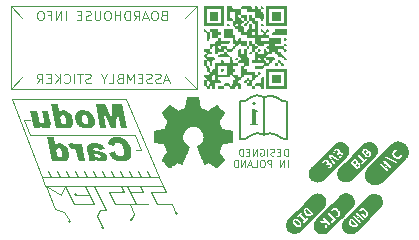
<source format=gbr>
%TF.GenerationSoftware,KiCad,Pcbnew,8.0.9-8.0.9-0~ubuntu24.04.1*%
%TF.CreationDate,2025-02-22T21:10:34+00:00*%
%TF.ProjectId,nav-module,6e61762d-6d6f-4647-956c-652e6b696361,1.0.0*%
%TF.SameCoordinates,Original*%
%TF.FileFunction,Legend,Bot*%
%TF.FilePolarity,Positive*%
%FSLAX46Y46*%
G04 Gerber Fmt 4.6, Leading zero omitted, Abs format (unit mm)*
G04 Created by KiCad (PCBNEW 8.0.9-8.0.9-0~ubuntu24.04.1) date 2025-02-22 21:10:34*
%MOMM*%
%LPD*%
G01*
G04 APERTURE LIST*
%ADD10C,0.100000*%
%ADD11C,0.200000*%
%ADD12C,0.400000*%
%ADD13C,0.000000*%
%ADD14C,0.120000*%
%ADD15C,0.010000*%
G04 APERTURE END LIST*
D10*
X110673167Y-122082759D02*
X109403167Y-122082759D01*
X111431119Y-124475403D02*
G75*
G02*
X111243977Y-124475403I-93571J0D01*
G01*
X111243977Y-124475403D02*
G75*
G02*
X111431119Y-124475403I93571J0D01*
G01*
X105720167Y-121574759D02*
X105339167Y-122336759D01*
X104069167Y-121594858D02*
X104829887Y-123584610D01*
X101223250Y-114237001D02*
X103763250Y-120841001D01*
X110419167Y-121574759D02*
X110673167Y-122082759D01*
X107371167Y-121574759D02*
X108133167Y-123098759D01*
X109911167Y-123098759D02*
X111181167Y-123098759D01*
X114302033Y-122089869D02*
X112959167Y-122082759D01*
D11*
X121445151Y-114097059D02*
G75*
G02*
X120541969Y-114452681I-880051J910359D01*
G01*
D10*
X113467835Y-123100168D02*
X114739629Y-123098118D01*
X114036777Y-121574883D02*
X114302033Y-122089869D01*
X110766738Y-122082759D02*
G75*
G02*
X110579596Y-122082759I-93571J0D01*
G01*
X110579596Y-122082759D02*
G75*
G02*
X110766738Y-122082759I93571J0D01*
G01*
X107752167Y-122336759D02*
X106635880Y-122336759D01*
X104059878Y-121576282D02*
X114036777Y-121574883D01*
X115247629Y-123953689D02*
G75*
G02*
X115060487Y-123953689I-93571J0D01*
G01*
X115060487Y-123953689D02*
G75*
G02*
X115247629Y-123953689I93571J0D01*
G01*
X108133167Y-121574759D02*
X108895167Y-123098759D01*
X115870000Y-107385001D02*
X116870000Y-106385001D01*
X102810750Y-117285001D02*
X111129250Y-117285001D01*
X108843250Y-120841001D02*
X110113250Y-120841001D01*
X112959167Y-122082759D02*
X113467835Y-123100168D01*
D11*
X121464552Y-117306878D02*
G75*
G02*
X122568255Y-117273806I578348J-867722D01*
G01*
D10*
X111595596Y-123954330D02*
X111181167Y-123098759D01*
D11*
X122553110Y-117273028D02*
G75*
G02*
X123656836Y-117306079I525390J-900572D01*
G01*
X122553110Y-117273028D02*
X122570000Y-114085001D01*
X121434629Y-114097246D02*
G75*
G02*
X122538346Y-114064148I578371J-867554D01*
G01*
D10*
X109097250Y-120841001D02*
X108843250Y-120333001D01*
D11*
X124534310Y-117654027D02*
X124544936Y-114470564D01*
D10*
X101109026Y-106391940D02*
X116909025Y-106391940D01*
X116909025Y-113391940D01*
X101109026Y-113391940D01*
X101109026Y-106391940D01*
X112145250Y-120841001D02*
X111764250Y-120841001D01*
X108641167Y-123606759D02*
X108387167Y-124114759D01*
X112186119Y-118561051D02*
X111691028Y-118558852D01*
X112907250Y-120841001D02*
X112653250Y-120333001D01*
X102109026Y-107391940D02*
X101109026Y-106391940D01*
X107573250Y-120841001D02*
X107319250Y-120333001D01*
X111383250Y-120841001D02*
X111129250Y-120333001D01*
X111689167Y-123098759D02*
X112705167Y-123098759D01*
X112145250Y-120841001D02*
X113415250Y-120841001D01*
D11*
X124544936Y-114470564D02*
G75*
G02*
X123646333Y-114111467I-10436J1277764D01*
G01*
D10*
X115154058Y-123953689D02*
X114739629Y-123098118D01*
X108133167Y-123098759D02*
X106482167Y-123098759D01*
D11*
X121476113Y-117307766D02*
G75*
G02*
X120529419Y-117662263I-880913J911166D01*
G01*
D10*
X111591548Y-123967403D02*
X111337548Y-124475403D01*
D11*
X122570000Y-114085001D02*
G75*
G02*
X123646321Y-114111473I516700J-885799D01*
G01*
D10*
X104525250Y-120841001D02*
X104271250Y-120333001D01*
X113669250Y-120841001D02*
X114036777Y-121574883D01*
X102227663Y-116003414D02*
X102722754Y-116005613D01*
X105287250Y-120841001D02*
X105033250Y-120333001D01*
X104829887Y-123584610D02*
X105591887Y-123838610D01*
X104059878Y-121576282D02*
X103763250Y-120841001D01*
X102109585Y-112391381D02*
X101109026Y-113391940D01*
X107065250Y-120841001D02*
X105795250Y-120841001D01*
X112324167Y-122082759D02*
X111181167Y-122082759D01*
X110621250Y-120841001D02*
X110367250Y-120333001D01*
X105339167Y-122336759D02*
X104069167Y-121594858D01*
X108589250Y-120841001D02*
X107065250Y-120841001D01*
X115870000Y-112385001D02*
X116870000Y-113385001D01*
X108988738Y-125130759D02*
G75*
G02*
X108801596Y-125130759I-93571J0D01*
G01*
X108801596Y-125130759D02*
G75*
G02*
X108988738Y-125130759I93571J0D01*
G01*
D11*
X120529418Y-117662875D02*
X120541970Y-114452649D01*
D10*
X106193458Y-124600610D02*
G75*
G02*
X106006316Y-124600610I-93571J0D01*
G01*
X106006316Y-124600610D02*
G75*
G02*
X106193458Y-124600610I93571J0D01*
G01*
X112145250Y-120841001D02*
X111891250Y-120333001D01*
X112070167Y-121574759D02*
X112324167Y-122082759D01*
X109403167Y-122082759D02*
X109909373Y-123100809D01*
X109859250Y-120841001D02*
X109605250Y-120333001D01*
X108895167Y-123098759D02*
X109149167Y-123606759D01*
X113669250Y-120841001D02*
X110875250Y-114237001D01*
X108843250Y-120841001D02*
X108589250Y-120841001D01*
X109149167Y-123606759D02*
X108641167Y-123606759D01*
X106729451Y-122336759D02*
G75*
G02*
X106542309Y-122336759I-93571J0D01*
G01*
X106542309Y-122336759D02*
G75*
G02*
X106729451Y-122336759I93571J0D01*
G01*
X108387167Y-124114759D02*
X108895167Y-125130759D01*
X108335250Y-120841001D02*
X108081250Y-120333001D01*
X106049250Y-120841001D02*
X105795250Y-120333001D01*
X106811250Y-120841001D02*
X106557250Y-120333001D01*
X111181167Y-123098759D02*
X111689167Y-123098759D01*
X111181167Y-122082759D02*
X111687373Y-123100809D01*
X105591887Y-123838610D02*
X106099887Y-124600610D01*
X110875250Y-114237001D02*
X101223250Y-114237001D01*
X102227663Y-116003414D02*
X102747250Y-117285001D01*
X110927167Y-121574759D02*
X111181167Y-122082759D01*
X112186119Y-118561051D02*
X111666532Y-117279464D01*
X105720167Y-121574759D02*
X106482167Y-123098759D01*
X111129250Y-117285001D02*
X111666532Y-117279464D01*
D11*
X124534310Y-117654027D02*
G75*
G02*
X123651633Y-117300399I-8010J1258427D01*
G01*
D10*
X103763250Y-120841001D02*
X113669250Y-120841001D01*
D11*
G36*
X109954905Y-118672160D02*
G01*
X109454695Y-118829941D01*
X109500964Y-118925741D01*
X109551721Y-119014388D01*
X109606966Y-119095883D01*
X109675598Y-119180261D01*
X109702846Y-119209495D01*
X109778897Y-119280813D01*
X109860016Y-119342851D01*
X109946204Y-119395608D01*
X110037459Y-119439083D01*
X110135858Y-119472849D01*
X110243966Y-119496968D01*
X110346525Y-119510158D01*
X110456517Y-119515962D01*
X110489308Y-119516264D01*
X110604850Y-119512949D01*
X110710775Y-119503006D01*
X110807083Y-119486434D01*
X110907288Y-119458721D01*
X110994402Y-119421986D01*
X111081109Y-119365657D01*
X111157068Y-119291438D01*
X111214717Y-119211820D01*
X111264138Y-119118505D01*
X111276747Y-119089327D01*
X111307401Y-118995263D01*
X111325725Y-118891857D01*
X111331719Y-118779108D01*
X111327294Y-118678015D01*
X111314307Y-118570433D01*
X111297752Y-118479697D01*
X111268786Y-118359568D01*
X111233180Y-118246598D01*
X111190934Y-118140787D01*
X111142047Y-118042136D01*
X111086520Y-117950644D01*
X111024353Y-117866312D01*
X110955545Y-117789138D01*
X110880097Y-117719125D01*
X110798703Y-117656728D01*
X110712302Y-117602651D01*
X110620894Y-117556894D01*
X110524479Y-117519456D01*
X110423057Y-117490338D01*
X110316628Y-117469539D01*
X110205193Y-117457060D01*
X110088750Y-117452900D01*
X109977104Y-117456669D01*
X109874808Y-117467974D01*
X109764395Y-117491490D01*
X109667446Y-117525860D01*
X109571356Y-117579675D01*
X109535784Y-117607261D01*
X109463583Y-117682719D01*
X109405126Y-117774024D01*
X109365959Y-117864900D01*
X109336890Y-117967419D01*
X109317919Y-118081581D01*
X109880166Y-118203214D01*
X109898249Y-118104359D01*
X109911918Y-118069369D01*
X109972195Y-117990499D01*
X110014012Y-117960437D01*
X110106366Y-117927273D01*
X110171304Y-117921846D01*
X110270986Y-117932257D01*
X110373858Y-117968858D01*
X110457061Y-118023515D01*
X110523502Y-118088420D01*
X110580290Y-118169104D01*
X110623697Y-118259574D01*
X110656218Y-118353210D01*
X110683643Y-118460356D01*
X110687145Y-118476766D01*
X110704905Y-118574022D01*
X110717087Y-118677474D01*
X110718709Y-118779892D01*
X110700875Y-118882653D01*
X110681283Y-118925684D01*
X110610689Y-118999804D01*
X110519788Y-119037696D01*
X110426782Y-119047317D01*
X110323876Y-119037967D01*
X110225445Y-119006084D01*
X110142483Y-118951574D01*
X110070951Y-118875140D01*
X110012332Y-118787824D01*
X109964797Y-118694718D01*
X109954905Y-118672160D01*
G37*
G36*
X108354397Y-117986420D02*
G01*
X108454643Y-117994486D01*
X108559790Y-118010262D01*
X108593297Y-118017078D01*
X108691020Y-118043974D01*
X108782539Y-118084024D01*
X108818548Y-118105075D01*
X108902014Y-118165391D01*
X108975491Y-118239362D01*
X109020657Y-118301720D01*
X109071581Y-118393678D01*
X109111290Y-118484582D01*
X108601799Y-118547108D01*
X108560606Y-118479376D01*
X108487982Y-118407401D01*
X108473009Y-118398846D01*
X108376181Y-118367430D01*
X108276468Y-118359529D01*
X108228474Y-118362155D01*
X108138715Y-118401539D01*
X108121072Y-118445595D01*
X108127480Y-118547108D01*
X108141224Y-118551995D01*
X108234336Y-118582890D01*
X108334109Y-118611100D01*
X108340343Y-118612662D01*
X108437813Y-118634570D01*
X108541983Y-118655941D01*
X108638503Y-118674975D01*
X108750788Y-118696585D01*
X108860679Y-118721121D01*
X108956125Y-118750707D01*
X109047518Y-118790702D01*
X109135226Y-118849969D01*
X109205620Y-118927526D01*
X109256273Y-119018474D01*
X109285191Y-119112774D01*
X109293196Y-119214288D01*
X109269713Y-119313611D01*
X109212407Y-119400004D01*
X109149178Y-119450868D01*
X109055931Y-119490718D01*
X108953387Y-119510700D01*
X108848485Y-119516264D01*
X108801033Y-119515317D01*
X108698229Y-119506267D01*
X108600912Y-119487634D01*
X108499217Y-119455691D01*
X108418009Y-119417023D01*
X108333567Y-119364156D01*
X108253998Y-119303772D01*
X108254486Y-119398050D01*
X108232016Y-119485001D01*
X107719106Y-119485001D01*
X107730715Y-119436207D01*
X107743530Y-119335035D01*
X107739158Y-119270206D01*
X107722525Y-119172858D01*
X107650898Y-118828476D01*
X108186098Y-118828476D01*
X108202707Y-118909076D01*
X108221002Y-118975136D01*
X108267675Y-119062949D01*
X108315133Y-119110874D01*
X108400055Y-119162600D01*
X108476978Y-119190650D01*
X108578352Y-119203633D01*
X108609373Y-119202310D01*
X108702916Y-119166019D01*
X108705188Y-119163617D01*
X108727829Y-119068322D01*
X108723268Y-119052263D01*
X108662372Y-118975021D01*
X108628544Y-118955146D01*
X108532320Y-118919924D01*
X108434737Y-118894421D01*
X108386852Y-118883322D01*
X108285105Y-118857269D01*
X108186098Y-118828476D01*
X107650898Y-118828476D01*
X107587703Y-118524638D01*
X107584008Y-118505130D01*
X107575579Y-118404888D01*
X107582818Y-118307261D01*
X107605111Y-118217248D01*
X107656580Y-118130918D01*
X107694667Y-118094540D01*
X107781525Y-118042609D01*
X107880306Y-118012705D01*
X107958311Y-118000309D01*
X108061467Y-117990598D01*
X108166850Y-117985728D01*
X108269629Y-117984372D01*
X108354397Y-117986420D01*
G37*
G36*
X107118757Y-118015636D02*
G01*
X106606335Y-118015636D01*
X106656649Y-118257924D01*
X106598024Y-118177725D01*
X106529834Y-118100693D01*
X106459790Y-118042991D01*
X106369136Y-118000916D01*
X106267534Y-117984601D01*
X106253160Y-117984372D01*
X106153918Y-117996868D01*
X106060163Y-118030585D01*
X106004521Y-118060088D01*
X106257068Y-118463577D01*
X106350696Y-118428908D01*
X106401660Y-118422056D01*
X106502044Y-118444892D01*
X106582400Y-118507782D01*
X106587284Y-118513402D01*
X106646919Y-118603129D01*
X106689134Y-118697439D01*
X106722416Y-118795356D01*
X106753018Y-118909038D01*
X106771932Y-118993584D01*
X106874025Y-119485001D01*
X107424060Y-119485001D01*
X107118757Y-118015636D01*
G37*
G36*
X104888820Y-118142153D02*
G01*
X104961116Y-118073033D01*
X105049043Y-118023940D01*
X105073482Y-118014666D01*
X105174104Y-117990903D01*
X105272769Y-117984372D01*
X105369135Y-117991173D01*
X105476959Y-118016298D01*
X105579828Y-118059935D01*
X105664058Y-118112073D01*
X105744647Y-118177813D01*
X105807007Y-118242296D01*
X105873182Y-118330727D01*
X105929911Y-118431214D01*
X105969970Y-118524162D01*
X106003470Y-118625483D01*
X106030411Y-118735175D01*
X106038217Y-118775519D01*
X106051772Y-118873023D01*
X106056798Y-118983699D01*
X106049562Y-119087472D01*
X106030065Y-119184341D01*
X105991820Y-119288629D01*
X105954022Y-119354208D01*
X105885918Y-119427344D01*
X105800096Y-119478695D01*
X105696556Y-119508261D01*
X105593704Y-119516264D01*
X105522111Y-119512630D01*
X105418269Y-119493557D01*
X105318687Y-119458134D01*
X105246971Y-119418212D01*
X105166827Y-119358895D01*
X105086656Y-119288141D01*
X105127689Y-119485001D01*
X104615756Y-119485001D01*
X104440102Y-118640543D01*
X104993720Y-118640543D01*
X105008987Y-118741037D01*
X105014721Y-118767135D01*
X105041206Y-118862252D01*
X105082298Y-118960283D01*
X105143321Y-119047317D01*
X105154554Y-119058675D01*
X105236499Y-119117659D01*
X105337250Y-119141107D01*
X105413345Y-119123342D01*
X105482330Y-119048294D01*
X105505067Y-118963275D01*
X105504065Y-118858909D01*
X105487703Y-118754714D01*
X105481996Y-118728510D01*
X105456152Y-118633270D01*
X105417063Y-118535774D01*
X105360208Y-118450388D01*
X105279322Y-118385172D01*
X105181423Y-118359529D01*
X105091857Y-118380352D01*
X105020711Y-118454296D01*
X104994790Y-118538811D01*
X104993720Y-118640543D01*
X104440102Y-118640543D01*
X104199566Y-117484163D01*
X104752044Y-117484163D01*
X104888820Y-118142153D01*
G37*
D10*
X114490855Y-112660263D02*
X114109902Y-112660263D01*
X114567045Y-112888835D02*
X114300378Y-112088835D01*
X114300378Y-112088835D02*
X114033712Y-112888835D01*
X113805141Y-112850740D02*
X113690855Y-112888835D01*
X113690855Y-112888835D02*
X113500379Y-112888835D01*
X113500379Y-112888835D02*
X113424188Y-112850740D01*
X113424188Y-112850740D02*
X113386093Y-112812644D01*
X113386093Y-112812644D02*
X113347998Y-112736454D01*
X113347998Y-112736454D02*
X113347998Y-112660263D01*
X113347998Y-112660263D02*
X113386093Y-112584073D01*
X113386093Y-112584073D02*
X113424188Y-112545978D01*
X113424188Y-112545978D02*
X113500379Y-112507882D01*
X113500379Y-112507882D02*
X113652760Y-112469787D01*
X113652760Y-112469787D02*
X113728950Y-112431692D01*
X113728950Y-112431692D02*
X113767045Y-112393597D01*
X113767045Y-112393597D02*
X113805141Y-112317406D01*
X113805141Y-112317406D02*
X113805141Y-112241216D01*
X113805141Y-112241216D02*
X113767045Y-112165025D01*
X113767045Y-112165025D02*
X113728950Y-112126930D01*
X113728950Y-112126930D02*
X113652760Y-112088835D01*
X113652760Y-112088835D02*
X113462283Y-112088835D01*
X113462283Y-112088835D02*
X113347998Y-112126930D01*
X113043236Y-112850740D02*
X112928950Y-112888835D01*
X112928950Y-112888835D02*
X112738474Y-112888835D01*
X112738474Y-112888835D02*
X112662283Y-112850740D01*
X112662283Y-112850740D02*
X112624188Y-112812644D01*
X112624188Y-112812644D02*
X112586093Y-112736454D01*
X112586093Y-112736454D02*
X112586093Y-112660263D01*
X112586093Y-112660263D02*
X112624188Y-112584073D01*
X112624188Y-112584073D02*
X112662283Y-112545978D01*
X112662283Y-112545978D02*
X112738474Y-112507882D01*
X112738474Y-112507882D02*
X112890855Y-112469787D01*
X112890855Y-112469787D02*
X112967045Y-112431692D01*
X112967045Y-112431692D02*
X113005140Y-112393597D01*
X113005140Y-112393597D02*
X113043236Y-112317406D01*
X113043236Y-112317406D02*
X113043236Y-112241216D01*
X113043236Y-112241216D02*
X113005140Y-112165025D01*
X113005140Y-112165025D02*
X112967045Y-112126930D01*
X112967045Y-112126930D02*
X112890855Y-112088835D01*
X112890855Y-112088835D02*
X112700378Y-112088835D01*
X112700378Y-112088835D02*
X112586093Y-112126930D01*
X112243235Y-112469787D02*
X111976569Y-112469787D01*
X111862283Y-112888835D02*
X112243235Y-112888835D01*
X112243235Y-112888835D02*
X112243235Y-112088835D01*
X112243235Y-112088835D02*
X111862283Y-112088835D01*
X111519425Y-112888835D02*
X111519425Y-112088835D01*
X111519425Y-112088835D02*
X111252759Y-112660263D01*
X111252759Y-112660263D02*
X110986092Y-112088835D01*
X110986092Y-112088835D02*
X110986092Y-112888835D01*
X110338473Y-112469787D02*
X110224187Y-112507882D01*
X110224187Y-112507882D02*
X110186092Y-112545978D01*
X110186092Y-112545978D02*
X110147996Y-112622168D01*
X110147996Y-112622168D02*
X110147996Y-112736454D01*
X110147996Y-112736454D02*
X110186092Y-112812644D01*
X110186092Y-112812644D02*
X110224187Y-112850740D01*
X110224187Y-112850740D02*
X110300377Y-112888835D01*
X110300377Y-112888835D02*
X110605139Y-112888835D01*
X110605139Y-112888835D02*
X110605139Y-112088835D01*
X110605139Y-112088835D02*
X110338473Y-112088835D01*
X110338473Y-112088835D02*
X110262282Y-112126930D01*
X110262282Y-112126930D02*
X110224187Y-112165025D01*
X110224187Y-112165025D02*
X110186092Y-112241216D01*
X110186092Y-112241216D02*
X110186092Y-112317406D01*
X110186092Y-112317406D02*
X110224187Y-112393597D01*
X110224187Y-112393597D02*
X110262282Y-112431692D01*
X110262282Y-112431692D02*
X110338473Y-112469787D01*
X110338473Y-112469787D02*
X110605139Y-112469787D01*
X109424187Y-112888835D02*
X109805139Y-112888835D01*
X109805139Y-112888835D02*
X109805139Y-112088835D01*
X109005139Y-112507882D02*
X109005139Y-112888835D01*
X109271806Y-112088835D02*
X109005139Y-112507882D01*
X109005139Y-112507882D02*
X108738473Y-112088835D01*
X107900378Y-112850740D02*
X107786092Y-112888835D01*
X107786092Y-112888835D02*
X107595616Y-112888835D01*
X107595616Y-112888835D02*
X107519425Y-112850740D01*
X107519425Y-112850740D02*
X107481330Y-112812644D01*
X107481330Y-112812644D02*
X107443235Y-112736454D01*
X107443235Y-112736454D02*
X107443235Y-112660263D01*
X107443235Y-112660263D02*
X107481330Y-112584073D01*
X107481330Y-112584073D02*
X107519425Y-112545978D01*
X107519425Y-112545978D02*
X107595616Y-112507882D01*
X107595616Y-112507882D02*
X107747997Y-112469787D01*
X107747997Y-112469787D02*
X107824187Y-112431692D01*
X107824187Y-112431692D02*
X107862282Y-112393597D01*
X107862282Y-112393597D02*
X107900378Y-112317406D01*
X107900378Y-112317406D02*
X107900378Y-112241216D01*
X107900378Y-112241216D02*
X107862282Y-112165025D01*
X107862282Y-112165025D02*
X107824187Y-112126930D01*
X107824187Y-112126930D02*
X107747997Y-112088835D01*
X107747997Y-112088835D02*
X107557520Y-112088835D01*
X107557520Y-112088835D02*
X107443235Y-112126930D01*
X107214663Y-112088835D02*
X106757520Y-112088835D01*
X106986092Y-112888835D02*
X106986092Y-112088835D01*
X106490853Y-112888835D02*
X106490853Y-112088835D01*
X105652758Y-112812644D02*
X105690854Y-112850740D01*
X105690854Y-112850740D02*
X105805139Y-112888835D01*
X105805139Y-112888835D02*
X105881330Y-112888835D01*
X105881330Y-112888835D02*
X105995616Y-112850740D01*
X105995616Y-112850740D02*
X106071806Y-112774549D01*
X106071806Y-112774549D02*
X106109901Y-112698359D01*
X106109901Y-112698359D02*
X106147997Y-112545978D01*
X106147997Y-112545978D02*
X106147997Y-112431692D01*
X106147997Y-112431692D02*
X106109901Y-112279311D01*
X106109901Y-112279311D02*
X106071806Y-112203120D01*
X106071806Y-112203120D02*
X105995616Y-112126930D01*
X105995616Y-112126930D02*
X105881330Y-112088835D01*
X105881330Y-112088835D02*
X105805139Y-112088835D01*
X105805139Y-112088835D02*
X105690854Y-112126930D01*
X105690854Y-112126930D02*
X105652758Y-112165025D01*
X105309901Y-112888835D02*
X105309901Y-112088835D01*
X104852758Y-112888835D02*
X105195616Y-112431692D01*
X104852758Y-112088835D02*
X105309901Y-112545978D01*
X104509901Y-112469787D02*
X104243235Y-112469787D01*
X104128949Y-112888835D02*
X104509901Y-112888835D01*
X104509901Y-112888835D02*
X104509901Y-112088835D01*
X104509901Y-112088835D02*
X104128949Y-112088835D01*
X103328948Y-112888835D02*
X103595615Y-112507882D01*
X103786091Y-112888835D02*
X103786091Y-112088835D01*
X103786091Y-112088835D02*
X103481329Y-112088835D01*
X103481329Y-112088835D02*
X103405139Y-112126930D01*
X103405139Y-112126930D02*
X103367044Y-112165025D01*
X103367044Y-112165025D02*
X103328948Y-112241216D01*
X103328948Y-112241216D02*
X103328948Y-112355501D01*
X103328948Y-112355501D02*
X103367044Y-112431692D01*
X103367044Y-112431692D02*
X103405139Y-112469787D01*
X103405139Y-112469787D02*
X103481329Y-112507882D01*
X103481329Y-112507882D02*
X103786091Y-112507882D01*
D11*
G36*
X110518154Y-114690163D02*
G01*
X109717526Y-114690163D01*
X109660373Y-115902585D01*
X109100568Y-114690163D01*
X108301894Y-114690163D01*
X108718084Y-116691001D01*
X109215851Y-116691001D01*
X108896381Y-115155201D01*
X109601266Y-116691001D01*
X110051162Y-116691001D01*
X110116619Y-115155201D01*
X110436088Y-116691001D01*
X110934344Y-116691001D01*
X110518154Y-114690163D01*
G37*
G36*
X107307887Y-115191222D02*
G01*
X107420315Y-115200774D01*
X107527400Y-115220941D01*
X107629143Y-115251722D01*
X107725542Y-115293117D01*
X107816599Y-115345126D01*
X107902313Y-115407749D01*
X107934706Y-115435380D01*
X108009009Y-115508484D01*
X108073771Y-115587336D01*
X108128993Y-115671936D01*
X108174674Y-115762284D01*
X108210815Y-115858381D01*
X108237414Y-115960226D01*
X108248886Y-116026605D01*
X108256709Y-116131837D01*
X108247459Y-116249205D01*
X108217875Y-116356853D01*
X108167958Y-116454781D01*
X108097707Y-116542989D01*
X108075187Y-116564698D01*
X107985969Y-116629650D01*
X107896622Y-116671668D01*
X107795391Y-116701080D01*
X107682276Y-116717887D01*
X107578935Y-116722264D01*
X107531178Y-116721420D01*
X107415993Y-116711932D01*
X107306818Y-116691901D01*
X107203654Y-116661328D01*
X107106501Y-116620212D01*
X107015358Y-116568554D01*
X106930226Y-116506353D01*
X106898068Y-116478887D01*
X106824268Y-116406048D01*
X106759890Y-116327247D01*
X106704933Y-116242482D01*
X106659397Y-116151754D01*
X106623283Y-116055064D01*
X106596591Y-115952410D01*
X106581822Y-115860702D01*
X106581219Y-115848491D01*
X107130570Y-115848491D01*
X107145649Y-115949968D01*
X107151228Y-115975594D01*
X107181436Y-116079862D01*
X107224789Y-116174506D01*
X107284379Y-116252829D01*
X107308665Y-116274925D01*
X107399199Y-116329061D01*
X107498335Y-116347107D01*
X107505604Y-116347013D01*
X107600551Y-116323171D01*
X107672725Y-116251363D01*
X107701713Y-116164924D01*
X107703907Y-116059981D01*
X107688356Y-115955830D01*
X107683006Y-115931556D01*
X107653451Y-115832101D01*
X107610097Y-115740357D01*
X107549626Y-115662250D01*
X107518419Y-115634386D01*
X107432367Y-115584042D01*
X107331762Y-115565529D01*
X107232965Y-115589343D01*
X107162257Y-115660784D01*
X107133131Y-115745872D01*
X107130570Y-115848491D01*
X106581219Y-115848491D01*
X106576693Y-115756792D01*
X106588073Y-115644029D01*
X106618153Y-115540382D01*
X106666933Y-115445850D01*
X106677540Y-115430133D01*
X106751980Y-115346304D01*
X106844934Y-115280438D01*
X106936537Y-115239273D01*
X107040996Y-115210581D01*
X107158311Y-115194364D01*
X107261420Y-115190372D01*
X107307887Y-115191222D01*
G37*
G36*
X105226877Y-115348153D02*
G01*
X105299173Y-115279033D01*
X105387100Y-115229940D01*
X105411540Y-115220666D01*
X105512161Y-115196903D01*
X105610827Y-115190372D01*
X105707192Y-115197173D01*
X105815016Y-115222298D01*
X105917886Y-115265935D01*
X106002115Y-115318073D01*
X106082704Y-115383813D01*
X106145064Y-115448296D01*
X106211239Y-115536727D01*
X106267968Y-115637214D01*
X106308027Y-115730162D01*
X106341527Y-115831483D01*
X106368468Y-115941175D01*
X106376274Y-115981519D01*
X106389829Y-116079023D01*
X106394855Y-116189699D01*
X106387620Y-116293472D01*
X106368122Y-116390341D01*
X106329878Y-116494629D01*
X106292080Y-116560208D01*
X106223975Y-116633344D01*
X106138153Y-116684695D01*
X106034613Y-116714261D01*
X105931762Y-116722264D01*
X105860168Y-116718630D01*
X105756327Y-116699557D01*
X105656744Y-116664134D01*
X105585028Y-116624212D01*
X105504884Y-116564895D01*
X105424714Y-116494141D01*
X105465746Y-116691001D01*
X104953813Y-116691001D01*
X104778160Y-115846543D01*
X105331777Y-115846543D01*
X105347044Y-115947037D01*
X105352778Y-115973135D01*
X105379263Y-116068252D01*
X105420355Y-116166283D01*
X105481378Y-116253317D01*
X105492611Y-116264675D01*
X105574557Y-116323659D01*
X105675307Y-116347107D01*
X105751402Y-116329342D01*
X105820387Y-116254294D01*
X105843124Y-116169275D01*
X105842122Y-116064909D01*
X105825760Y-115960714D01*
X105820053Y-115934510D01*
X105794209Y-115839270D01*
X105755121Y-115741774D01*
X105698266Y-115656388D01*
X105617379Y-115591172D01*
X105519480Y-115565529D01*
X105429914Y-115586352D01*
X105358768Y-115660296D01*
X105332848Y-115744811D01*
X105331777Y-115846543D01*
X104778160Y-115846543D01*
X104537624Y-114690163D01*
X105090101Y-114690163D01*
X105226877Y-115348153D01*
G37*
G36*
X103086333Y-116691001D02*
G01*
X103597289Y-116691001D01*
X103547952Y-116453108D01*
X103619270Y-116520672D01*
X103697169Y-116584200D01*
X103780822Y-116639288D01*
X103821504Y-116660714D01*
X103914676Y-116695757D01*
X104017547Y-116716253D01*
X104119480Y-116722264D01*
X104224443Y-116713593D01*
X104323696Y-116683110D01*
X104410593Y-116623500D01*
X104444811Y-116583534D01*
X104487994Y-116493399D01*
X104505228Y-116393428D01*
X104503979Y-116290625D01*
X104490779Y-116191123D01*
X104483890Y-116155620D01*
X104289961Y-115221636D01*
X103740415Y-115221636D01*
X103908454Y-116030079D01*
X103920907Y-116129179D01*
X103899661Y-116226451D01*
X103813840Y-116280947D01*
X103772166Y-116284580D01*
X103673359Y-116262798D01*
X103595335Y-116207400D01*
X103537562Y-116123977D01*
X103501460Y-116032157D01*
X103475167Y-115928963D01*
X103328133Y-115221636D01*
X102781029Y-115221636D01*
X103086333Y-116691001D01*
G37*
D12*
G36*
X121589185Y-115061829D02*
G01*
X121589185Y-116111829D01*
X121580392Y-116245186D01*
X121552548Y-116306002D01*
X121502723Y-116325053D01*
X121397210Y-116327984D01*
X121397210Y-116421774D01*
X122058131Y-116421774D01*
X122058131Y-116327984D01*
X121941627Y-116319924D01*
X121892534Y-116290615D01*
X121872018Y-116224670D01*
X121866889Y-116107433D01*
X121866889Y-115607712D01*
X121869160Y-115458687D01*
X121871285Y-115415004D01*
X121883741Y-115316086D01*
X121904258Y-115281648D01*
X121942360Y-115275786D01*
X121979729Y-115280915D01*
X122047140Y-115302164D01*
X122086707Y-115212771D01*
X121678577Y-115061829D01*
X121589185Y-115061829D01*
G37*
G36*
X121727670Y-114405305D02*
G01*
X121611899Y-114452932D01*
X121564272Y-114569436D01*
X121611166Y-114685207D01*
X121727670Y-114733567D01*
X121844907Y-114685207D01*
X121891801Y-114569436D01*
X121844907Y-114452932D01*
X121727670Y-114405305D01*
G37*
D10*
X114047068Y-107162848D02*
X113932782Y-107200943D01*
X113932782Y-107200943D02*
X113894687Y-107239039D01*
X113894687Y-107239039D02*
X113856591Y-107315229D01*
X113856591Y-107315229D02*
X113856591Y-107429515D01*
X113856591Y-107429515D02*
X113894687Y-107505705D01*
X113894687Y-107505705D02*
X113932782Y-107543801D01*
X113932782Y-107543801D02*
X114008972Y-107581896D01*
X114008972Y-107581896D02*
X114313734Y-107581896D01*
X114313734Y-107581896D02*
X114313734Y-106781896D01*
X114313734Y-106781896D02*
X114047068Y-106781896D01*
X114047068Y-106781896D02*
X113970877Y-106819991D01*
X113970877Y-106819991D02*
X113932782Y-106858086D01*
X113932782Y-106858086D02*
X113894687Y-106934277D01*
X113894687Y-106934277D02*
X113894687Y-107010467D01*
X113894687Y-107010467D02*
X113932782Y-107086658D01*
X113932782Y-107086658D02*
X113970877Y-107124753D01*
X113970877Y-107124753D02*
X114047068Y-107162848D01*
X114047068Y-107162848D02*
X114313734Y-107162848D01*
X113361353Y-106781896D02*
X113208972Y-106781896D01*
X113208972Y-106781896D02*
X113132782Y-106819991D01*
X113132782Y-106819991D02*
X113056591Y-106896181D01*
X113056591Y-106896181D02*
X113018496Y-107048562D01*
X113018496Y-107048562D02*
X113018496Y-107315229D01*
X113018496Y-107315229D02*
X113056591Y-107467610D01*
X113056591Y-107467610D02*
X113132782Y-107543801D01*
X113132782Y-107543801D02*
X113208972Y-107581896D01*
X113208972Y-107581896D02*
X113361353Y-107581896D01*
X113361353Y-107581896D02*
X113437544Y-107543801D01*
X113437544Y-107543801D02*
X113513734Y-107467610D01*
X113513734Y-107467610D02*
X113551830Y-107315229D01*
X113551830Y-107315229D02*
X113551830Y-107048562D01*
X113551830Y-107048562D02*
X113513734Y-106896181D01*
X113513734Y-106896181D02*
X113437544Y-106819991D01*
X113437544Y-106819991D02*
X113361353Y-106781896D01*
X112713735Y-107353324D02*
X112332782Y-107353324D01*
X112789925Y-107581896D02*
X112523258Y-106781896D01*
X112523258Y-106781896D02*
X112256592Y-107581896D01*
X111532782Y-107581896D02*
X111799449Y-107200943D01*
X111989925Y-107581896D02*
X111989925Y-106781896D01*
X111989925Y-106781896D02*
X111685163Y-106781896D01*
X111685163Y-106781896D02*
X111608973Y-106819991D01*
X111608973Y-106819991D02*
X111570878Y-106858086D01*
X111570878Y-106858086D02*
X111532782Y-106934277D01*
X111532782Y-106934277D02*
X111532782Y-107048562D01*
X111532782Y-107048562D02*
X111570878Y-107124753D01*
X111570878Y-107124753D02*
X111608973Y-107162848D01*
X111608973Y-107162848D02*
X111685163Y-107200943D01*
X111685163Y-107200943D02*
X111989925Y-107200943D01*
X111189925Y-107581896D02*
X111189925Y-106781896D01*
X111189925Y-106781896D02*
X110999449Y-106781896D01*
X110999449Y-106781896D02*
X110885163Y-106819991D01*
X110885163Y-106819991D02*
X110808973Y-106896181D01*
X110808973Y-106896181D02*
X110770878Y-106972372D01*
X110770878Y-106972372D02*
X110732782Y-107124753D01*
X110732782Y-107124753D02*
X110732782Y-107239039D01*
X110732782Y-107239039D02*
X110770878Y-107391420D01*
X110770878Y-107391420D02*
X110808973Y-107467610D01*
X110808973Y-107467610D02*
X110885163Y-107543801D01*
X110885163Y-107543801D02*
X110999449Y-107581896D01*
X110999449Y-107581896D02*
X111189925Y-107581896D01*
X110389925Y-107581896D02*
X110389925Y-106781896D01*
X110389925Y-107162848D02*
X109932782Y-107162848D01*
X109932782Y-107581896D02*
X109932782Y-106781896D01*
X109399449Y-106781896D02*
X109247068Y-106781896D01*
X109247068Y-106781896D02*
X109170878Y-106819991D01*
X109170878Y-106819991D02*
X109094687Y-106896181D01*
X109094687Y-106896181D02*
X109056592Y-107048562D01*
X109056592Y-107048562D02*
X109056592Y-107315229D01*
X109056592Y-107315229D02*
X109094687Y-107467610D01*
X109094687Y-107467610D02*
X109170878Y-107543801D01*
X109170878Y-107543801D02*
X109247068Y-107581896D01*
X109247068Y-107581896D02*
X109399449Y-107581896D01*
X109399449Y-107581896D02*
X109475640Y-107543801D01*
X109475640Y-107543801D02*
X109551830Y-107467610D01*
X109551830Y-107467610D02*
X109589926Y-107315229D01*
X109589926Y-107315229D02*
X109589926Y-107048562D01*
X109589926Y-107048562D02*
X109551830Y-106896181D01*
X109551830Y-106896181D02*
X109475640Y-106819991D01*
X109475640Y-106819991D02*
X109399449Y-106781896D01*
X108713735Y-106781896D02*
X108713735Y-107429515D01*
X108713735Y-107429515D02*
X108675640Y-107505705D01*
X108675640Y-107505705D02*
X108637545Y-107543801D01*
X108637545Y-107543801D02*
X108561354Y-107581896D01*
X108561354Y-107581896D02*
X108408973Y-107581896D01*
X108408973Y-107581896D02*
X108332783Y-107543801D01*
X108332783Y-107543801D02*
X108294688Y-107505705D01*
X108294688Y-107505705D02*
X108256592Y-107429515D01*
X108256592Y-107429515D02*
X108256592Y-106781896D01*
X107913736Y-107543801D02*
X107799450Y-107581896D01*
X107799450Y-107581896D02*
X107608974Y-107581896D01*
X107608974Y-107581896D02*
X107532783Y-107543801D01*
X107532783Y-107543801D02*
X107494688Y-107505705D01*
X107494688Y-107505705D02*
X107456593Y-107429515D01*
X107456593Y-107429515D02*
X107456593Y-107353324D01*
X107456593Y-107353324D02*
X107494688Y-107277134D01*
X107494688Y-107277134D02*
X107532783Y-107239039D01*
X107532783Y-107239039D02*
X107608974Y-107200943D01*
X107608974Y-107200943D02*
X107761355Y-107162848D01*
X107761355Y-107162848D02*
X107837545Y-107124753D01*
X107837545Y-107124753D02*
X107875640Y-107086658D01*
X107875640Y-107086658D02*
X107913736Y-107010467D01*
X107913736Y-107010467D02*
X107913736Y-106934277D01*
X107913736Y-106934277D02*
X107875640Y-106858086D01*
X107875640Y-106858086D02*
X107837545Y-106819991D01*
X107837545Y-106819991D02*
X107761355Y-106781896D01*
X107761355Y-106781896D02*
X107570878Y-106781896D01*
X107570878Y-106781896D02*
X107456593Y-106819991D01*
X107113735Y-107162848D02*
X106847069Y-107162848D01*
X106732783Y-107581896D02*
X107113735Y-107581896D01*
X107113735Y-107581896D02*
X107113735Y-106781896D01*
X107113735Y-106781896D02*
X106732783Y-106781896D01*
X105780401Y-107581896D02*
X105780401Y-106781896D01*
X105399449Y-107581896D02*
X105399449Y-106781896D01*
X105399449Y-106781896D02*
X104942306Y-107581896D01*
X104942306Y-107581896D02*
X104942306Y-106781896D01*
X104294688Y-107162848D02*
X104561354Y-107162848D01*
X104561354Y-107581896D02*
X104561354Y-106781896D01*
X104561354Y-106781896D02*
X104180402Y-106781896D01*
X103723259Y-106781896D02*
X103570878Y-106781896D01*
X103570878Y-106781896D02*
X103494688Y-106819991D01*
X103494688Y-106819991D02*
X103418497Y-106896181D01*
X103418497Y-106896181D02*
X103380402Y-107048562D01*
X103380402Y-107048562D02*
X103380402Y-107315229D01*
X103380402Y-107315229D02*
X103418497Y-107467610D01*
X103418497Y-107467610D02*
X103494688Y-107543801D01*
X103494688Y-107543801D02*
X103570878Y-107581896D01*
X103570878Y-107581896D02*
X103723259Y-107581896D01*
X103723259Y-107581896D02*
X103799450Y-107543801D01*
X103799450Y-107543801D02*
X103875640Y-107467610D01*
X103875640Y-107467610D02*
X103913736Y-107315229D01*
X103913736Y-107315229D02*
X103913736Y-107048562D01*
X103913736Y-107048562D02*
X103875640Y-106896181D01*
X103875640Y-106896181D02*
X103799450Y-106819991D01*
X103799450Y-106819991D02*
X103723259Y-106781896D01*
X124561353Y-119040406D02*
X124561353Y-118440406D01*
X124561353Y-118440406D02*
X124418496Y-118440406D01*
X124418496Y-118440406D02*
X124332782Y-118468977D01*
X124332782Y-118468977D02*
X124275639Y-118526120D01*
X124275639Y-118526120D02*
X124247068Y-118583263D01*
X124247068Y-118583263D02*
X124218496Y-118697549D01*
X124218496Y-118697549D02*
X124218496Y-118783263D01*
X124218496Y-118783263D02*
X124247068Y-118897549D01*
X124247068Y-118897549D02*
X124275639Y-118954692D01*
X124275639Y-118954692D02*
X124332782Y-119011835D01*
X124332782Y-119011835D02*
X124418496Y-119040406D01*
X124418496Y-119040406D02*
X124561353Y-119040406D01*
X123961353Y-118726120D02*
X123761353Y-118726120D01*
X123675639Y-119040406D02*
X123961353Y-119040406D01*
X123961353Y-119040406D02*
X123961353Y-118440406D01*
X123961353Y-118440406D02*
X123675639Y-118440406D01*
X123447068Y-119011835D02*
X123361354Y-119040406D01*
X123361354Y-119040406D02*
X123218496Y-119040406D01*
X123218496Y-119040406D02*
X123161354Y-119011835D01*
X123161354Y-119011835D02*
X123132782Y-118983263D01*
X123132782Y-118983263D02*
X123104211Y-118926120D01*
X123104211Y-118926120D02*
X123104211Y-118868977D01*
X123104211Y-118868977D02*
X123132782Y-118811835D01*
X123132782Y-118811835D02*
X123161354Y-118783263D01*
X123161354Y-118783263D02*
X123218496Y-118754692D01*
X123218496Y-118754692D02*
X123332782Y-118726120D01*
X123332782Y-118726120D02*
X123389925Y-118697549D01*
X123389925Y-118697549D02*
X123418496Y-118668977D01*
X123418496Y-118668977D02*
X123447068Y-118611835D01*
X123447068Y-118611835D02*
X123447068Y-118554692D01*
X123447068Y-118554692D02*
X123418496Y-118497549D01*
X123418496Y-118497549D02*
X123389925Y-118468977D01*
X123389925Y-118468977D02*
X123332782Y-118440406D01*
X123332782Y-118440406D02*
X123189925Y-118440406D01*
X123189925Y-118440406D02*
X123104211Y-118468977D01*
X122847067Y-119040406D02*
X122847067Y-118440406D01*
X122247068Y-118468977D02*
X122304211Y-118440406D01*
X122304211Y-118440406D02*
X122389925Y-118440406D01*
X122389925Y-118440406D02*
X122475639Y-118468977D01*
X122475639Y-118468977D02*
X122532782Y-118526120D01*
X122532782Y-118526120D02*
X122561353Y-118583263D01*
X122561353Y-118583263D02*
X122589925Y-118697549D01*
X122589925Y-118697549D02*
X122589925Y-118783263D01*
X122589925Y-118783263D02*
X122561353Y-118897549D01*
X122561353Y-118897549D02*
X122532782Y-118954692D01*
X122532782Y-118954692D02*
X122475639Y-119011835D01*
X122475639Y-119011835D02*
X122389925Y-119040406D01*
X122389925Y-119040406D02*
X122332782Y-119040406D01*
X122332782Y-119040406D02*
X122247068Y-119011835D01*
X122247068Y-119011835D02*
X122218496Y-118983263D01*
X122218496Y-118983263D02*
X122218496Y-118783263D01*
X122218496Y-118783263D02*
X122332782Y-118783263D01*
X121961353Y-119040406D02*
X121961353Y-118440406D01*
X121961353Y-118440406D02*
X121618496Y-119040406D01*
X121618496Y-119040406D02*
X121618496Y-118440406D01*
X121332782Y-118726120D02*
X121132782Y-118726120D01*
X121047068Y-119040406D02*
X121332782Y-119040406D01*
X121332782Y-119040406D02*
X121332782Y-118440406D01*
X121332782Y-118440406D02*
X121047068Y-118440406D01*
X120789925Y-119040406D02*
X120789925Y-118440406D01*
X120789925Y-118440406D02*
X120647068Y-118440406D01*
X120647068Y-118440406D02*
X120561354Y-118468977D01*
X120561354Y-118468977D02*
X120504211Y-118526120D01*
X120504211Y-118526120D02*
X120475640Y-118583263D01*
X120475640Y-118583263D02*
X120447068Y-118697549D01*
X120447068Y-118697549D02*
X120447068Y-118783263D01*
X120447068Y-118783263D02*
X120475640Y-118897549D01*
X120475640Y-118897549D02*
X120504211Y-118954692D01*
X120504211Y-118954692D02*
X120561354Y-119011835D01*
X120561354Y-119011835D02*
X120647068Y-119040406D01*
X120647068Y-119040406D02*
X120789925Y-119040406D01*
X124561353Y-120006372D02*
X124561353Y-119406372D01*
X124275639Y-120006372D02*
X124275639Y-119406372D01*
X124275639Y-119406372D02*
X123932782Y-120006372D01*
X123932782Y-120006372D02*
X123932782Y-119406372D01*
X123189925Y-120006372D02*
X123189925Y-119406372D01*
X123189925Y-119406372D02*
X122961354Y-119406372D01*
X122961354Y-119406372D02*
X122904211Y-119434943D01*
X122904211Y-119434943D02*
X122875640Y-119463515D01*
X122875640Y-119463515D02*
X122847068Y-119520658D01*
X122847068Y-119520658D02*
X122847068Y-119606372D01*
X122847068Y-119606372D02*
X122875640Y-119663515D01*
X122875640Y-119663515D02*
X122904211Y-119692086D01*
X122904211Y-119692086D02*
X122961354Y-119720658D01*
X122961354Y-119720658D02*
X123189925Y-119720658D01*
X122475640Y-119406372D02*
X122361354Y-119406372D01*
X122361354Y-119406372D02*
X122304211Y-119434943D01*
X122304211Y-119434943D02*
X122247068Y-119492086D01*
X122247068Y-119492086D02*
X122218497Y-119606372D01*
X122218497Y-119606372D02*
X122218497Y-119806372D01*
X122218497Y-119806372D02*
X122247068Y-119920658D01*
X122247068Y-119920658D02*
X122304211Y-119977801D01*
X122304211Y-119977801D02*
X122361354Y-120006372D01*
X122361354Y-120006372D02*
X122475640Y-120006372D01*
X122475640Y-120006372D02*
X122532783Y-119977801D01*
X122532783Y-119977801D02*
X122589925Y-119920658D01*
X122589925Y-119920658D02*
X122618497Y-119806372D01*
X122618497Y-119806372D02*
X122618497Y-119606372D01*
X122618497Y-119606372D02*
X122589925Y-119492086D01*
X122589925Y-119492086D02*
X122532783Y-119434943D01*
X122532783Y-119434943D02*
X122475640Y-119406372D01*
X121675640Y-120006372D02*
X121961354Y-120006372D01*
X121961354Y-120006372D02*
X121961354Y-119406372D01*
X121504212Y-119834943D02*
X121218498Y-119834943D01*
X121561355Y-120006372D02*
X121361355Y-119406372D01*
X121361355Y-119406372D02*
X121161355Y-120006372D01*
X120961354Y-120006372D02*
X120961354Y-119406372D01*
X120961354Y-119406372D02*
X120618497Y-120006372D01*
X120618497Y-120006372D02*
X120618497Y-119406372D01*
X120332783Y-120006372D02*
X120332783Y-119406372D01*
X120332783Y-119406372D02*
X120189926Y-119406372D01*
X120189926Y-119406372D02*
X120104212Y-119434943D01*
X120104212Y-119434943D02*
X120047069Y-119492086D01*
X120047069Y-119492086D02*
X120018498Y-119549229D01*
X120018498Y-119549229D02*
X119989926Y-119663515D01*
X119989926Y-119663515D02*
X119989926Y-119749229D01*
X119989926Y-119749229D02*
X120018498Y-119863515D01*
X120018498Y-119863515D02*
X120047069Y-119920658D01*
X120047069Y-119920658D02*
X120104212Y-119977801D01*
X120104212Y-119977801D02*
X120189926Y-120006372D01*
X120189926Y-120006372D02*
X120332783Y-120006372D01*
D13*
%TO.C,kibuzzard-67B624A4*%
G36*
X130285355Y-119483500D02*
G01*
X130335161Y-119515028D01*
X130368060Y-119600018D01*
X130315969Y-119687750D01*
X130255654Y-119748065D01*
X130102124Y-119594535D01*
X130125428Y-119565749D01*
X130152387Y-119536961D01*
X130193054Y-119502692D01*
X130237377Y-119482129D01*
X130285355Y-119483500D01*
G37*
G36*
X130549920Y-119780964D02*
G01*
X130575965Y-119819803D01*
X130577793Y-119856359D01*
X130561344Y-119891086D01*
X130533470Y-119923528D01*
X130506055Y-119949116D01*
X130478638Y-119971049D01*
X130348869Y-119841280D01*
X130392735Y-119797414D01*
X130476354Y-119751264D01*
X130549920Y-119780964D01*
G37*
G36*
X131195112Y-118584709D02*
G01*
X131247609Y-118610297D01*
X131305182Y-118651726D01*
X131367834Y-118708995D01*
X131424595Y-118771139D01*
X131465719Y-118828407D01*
X131491206Y-118880802D01*
X131499431Y-118948658D01*
X131471101Y-119002348D01*
X131417982Y-119030107D01*
X131350013Y-119021995D01*
X131297364Y-118996762D01*
X131239943Y-118955791D01*
X131177748Y-118899080D01*
X131120530Y-118836378D01*
X131099693Y-118807236D01*
X131202880Y-118807236D01*
X131231667Y-118863439D01*
X131288327Y-118892683D01*
X131344073Y-118873492D01*
X131361894Y-118819117D01*
X131333106Y-118761999D01*
X131276447Y-118733670D01*
X131222529Y-118751947D01*
X131202880Y-118807236D01*
X131099693Y-118807236D01*
X131079254Y-118778652D01*
X131053919Y-118725902D01*
X131045809Y-118657933D01*
X131073568Y-118604814D01*
X131074764Y-118604182D01*
X131127257Y-118576484D01*
X131195112Y-118584709D01*
G37*
G36*
X131541022Y-117869582D02*
G01*
X131612910Y-117880246D01*
X131683405Y-117897904D01*
X131751831Y-117922387D01*
X131817528Y-117953459D01*
X131879862Y-117990822D01*
X131938235Y-118034113D01*
X131992083Y-118082918D01*
X132040888Y-118136766D01*
X132084179Y-118195139D01*
X132121542Y-118257473D01*
X132152614Y-118323170D01*
X132177097Y-118391596D01*
X132194755Y-118462091D01*
X132205419Y-118533979D01*
X132208984Y-118606565D01*
X132205419Y-118679152D01*
X132194755Y-118751039D01*
X132177097Y-118821536D01*
X132152614Y-118889961D01*
X132121542Y-118955657D01*
X132084180Y-119017992D01*
X132040887Y-119076365D01*
X131992083Y-119130212D01*
X131992007Y-119130289D01*
X130702536Y-120419760D01*
X130055211Y-121067084D01*
X130001364Y-121115888D01*
X129942991Y-121159181D01*
X129880656Y-121196543D01*
X129814960Y-121227615D01*
X129746535Y-121252098D01*
X129676038Y-121269756D01*
X129604151Y-121280420D01*
X129531564Y-121283985D01*
X129458978Y-121280420D01*
X129387090Y-121269756D01*
X129316595Y-121252098D01*
X129248169Y-121227615D01*
X129182472Y-121196543D01*
X129120138Y-121159180D01*
X129061765Y-121115889D01*
X129007917Y-121067084D01*
X128959112Y-121013236D01*
X128915821Y-120954863D01*
X128878458Y-120892529D01*
X128847386Y-120826832D01*
X128822903Y-120758406D01*
X128805245Y-120687911D01*
X128794581Y-120616023D01*
X128791016Y-120543437D01*
X128794581Y-120470850D01*
X128805245Y-120398963D01*
X128822903Y-120328466D01*
X128847386Y-120260041D01*
X128878458Y-120194345D01*
X128915820Y-120132010D01*
X128959113Y-120073637D01*
X129007917Y-120019790D01*
X129405755Y-119621951D01*
X129904728Y-119621951D01*
X130453964Y-120171187D01*
X130533928Y-120110414D01*
X130613892Y-120038676D01*
X130668609Y-119977333D01*
X130704821Y-119921244D01*
X130733151Y-119823459D01*
X130716245Y-119744410D01*
X130671465Y-119683180D01*
X130628627Y-119650166D01*
X130580535Y-119631547D01*
X130478638Y-119634746D01*
X130502285Y-119561751D01*
X130500114Y-119499949D01*
X130478981Y-119447973D01*
X130445739Y-119404450D01*
X130394448Y-119361842D01*
X130342929Y-119336367D01*
X130241032Y-119328598D01*
X130190998Y-119343450D01*
X130141420Y-119369723D01*
X130092757Y-119405364D01*
X130045464Y-119448316D01*
X130008337Y-119487498D01*
X129971897Y-119530107D01*
X129937056Y-119575229D01*
X129904728Y-119621951D01*
X129405755Y-119621951D01*
X129655241Y-119372465D01*
X129812427Y-119215280D01*
X129994288Y-119033419D01*
X130474983Y-119033419D01*
X130947454Y-119505889D01*
X130798492Y-119654850D01*
X130891707Y-119748065D01*
X131302949Y-119336824D01*
X131209734Y-119243609D01*
X131060773Y-119392570D01*
X130588303Y-118920099D01*
X130474983Y-119033419D01*
X129994288Y-119033419D01*
X130347955Y-118679751D01*
X130379636Y-118648070D01*
X130901557Y-118648070D01*
X130903588Y-118727273D01*
X130922950Y-118790615D01*
X130958191Y-118857271D01*
X131009311Y-118927239D01*
X131076309Y-119000519D01*
X131148848Y-119066661D01*
X131218416Y-119117038D01*
X131285014Y-119151651D01*
X131348643Y-119170499D01*
X131428149Y-119172225D01*
X131500953Y-119148160D01*
X131567057Y-119098304D01*
X131617879Y-119031337D01*
X131642400Y-118958380D01*
X131640624Y-118879431D01*
X131621518Y-118816346D01*
X131586591Y-118750005D01*
X131535843Y-118680408D01*
X131469273Y-118607555D01*
X131395992Y-118540558D01*
X131326024Y-118489438D01*
X131259368Y-118454196D01*
X131196026Y-118434834D01*
X131116824Y-118432804D01*
X131043715Y-118457173D01*
X130976697Y-118507944D01*
X130925927Y-118574961D01*
X130901557Y-118648070D01*
X130379636Y-118648070D01*
X130748230Y-118279477D01*
X130944712Y-118082994D01*
X130944789Y-118082918D01*
X130998636Y-118034114D01*
X131057009Y-117990821D01*
X131119344Y-117953459D01*
X131185040Y-117922387D01*
X131253465Y-117897904D01*
X131323962Y-117880246D01*
X131395849Y-117869582D01*
X131468436Y-117866017D01*
X131541022Y-117869582D01*
G37*
%TO.C,kibuzzard-67B62521*%
G36*
X134030313Y-117833905D02*
G01*
X134115875Y-117846597D01*
X134199782Y-117867614D01*
X134281224Y-117896756D01*
X134359418Y-117933738D01*
X134433610Y-117978207D01*
X134503087Y-118029735D01*
X134567178Y-118087823D01*
X134625266Y-118151914D01*
X134676794Y-118221391D01*
X134721263Y-118295583D01*
X134758245Y-118373777D01*
X134787387Y-118455219D01*
X134808404Y-118539126D01*
X134821096Y-118624688D01*
X134825340Y-118711082D01*
X134821096Y-118797477D01*
X134808404Y-118883039D01*
X134787386Y-118966945D01*
X134758245Y-119048388D01*
X134721263Y-119126582D01*
X134676794Y-119200774D01*
X134625266Y-119270250D01*
X134567178Y-119334342D01*
X134567102Y-119334418D01*
X133266665Y-120634855D01*
X132619341Y-121282179D01*
X132555249Y-121340267D01*
X132485773Y-121391795D01*
X132411581Y-121436264D01*
X132333387Y-121473246D01*
X132251944Y-121502387D01*
X132168038Y-121523405D01*
X132082476Y-121536097D01*
X131996081Y-121540341D01*
X131909687Y-121536097D01*
X131824125Y-121523405D01*
X131740218Y-121502388D01*
X131658776Y-121473246D01*
X131580582Y-121436264D01*
X131506390Y-121391795D01*
X131436913Y-121340267D01*
X131372822Y-121282179D01*
X131314734Y-121218088D01*
X131263206Y-121148611D01*
X131218737Y-121074419D01*
X131181755Y-120996225D01*
X131152613Y-120914783D01*
X131131596Y-120830876D01*
X131118904Y-120745314D01*
X131114660Y-120658920D01*
X131118904Y-120572525D01*
X131131596Y-120486963D01*
X131152614Y-120403057D01*
X131181755Y-120321614D01*
X131218737Y-120243420D01*
X131263206Y-120169228D01*
X131314734Y-120099752D01*
X131372822Y-120035660D01*
X131640890Y-119767592D01*
X132399402Y-119767592D01*
X132965088Y-120333277D01*
X133055561Y-120242804D01*
X133039226Y-120175292D01*
X133019463Y-120104353D01*
X132997759Y-120032157D01*
X132975597Y-119960876D01*
X132952979Y-119891649D01*
X132929904Y-119825623D01*
X132907857Y-119765422D01*
X132888323Y-119713673D01*
X133236507Y-120061858D01*
X133337947Y-119960418D01*
X132772261Y-119394733D01*
X132681788Y-119485206D01*
X132718140Y-119574258D01*
X132752867Y-119664731D01*
X132785970Y-119756625D01*
X132817548Y-119850043D01*
X132847707Y-119945085D01*
X132876443Y-120041753D01*
X132500842Y-119666152D01*
X132399402Y-119767592D01*
X131640890Y-119767592D01*
X132020146Y-119388336D01*
X132249527Y-119158955D01*
X132706463Y-119158955D01*
X133751930Y-119692655D01*
X133867077Y-119577507D01*
X132823438Y-119041979D01*
X132706463Y-119158955D01*
X132249527Y-119158955D01*
X132302532Y-119105950D01*
X132535568Y-118872914D01*
X133423850Y-118872914D01*
X133438701Y-118942938D01*
X133469544Y-119013193D01*
X133516380Y-119083675D01*
X133579209Y-119154386D01*
X133650491Y-119216071D01*
X133723600Y-119260394D01*
X133797166Y-119288038D01*
X133869820Y-119299691D01*
X133940643Y-119295578D01*
X134008727Y-119275930D01*
X134072698Y-119241432D01*
X134131186Y-119192768D01*
X134180535Y-119133366D01*
X134211607Y-119079448D01*
X134228514Y-119035125D01*
X134236281Y-119005425D01*
X134117478Y-118945109D01*
X134090061Y-119019133D01*
X134031574Y-119096811D01*
X133970345Y-119138849D01*
X133893580Y-119151644D01*
X133801736Y-119123770D01*
X133750445Y-119090986D01*
X133696184Y-119042894D01*
X133640337Y-118979633D01*
X133601953Y-118919013D01*
X133581036Y-118861034D01*
X133586291Y-118778328D01*
X133638610Y-118700192D01*
X133721315Y-118637592D01*
X133787571Y-118611546D01*
X133727256Y-118494572D01*
X133635869Y-118532040D01*
X133582864Y-118566538D01*
X133529860Y-118613374D01*
X133464873Y-118695419D01*
X133429537Y-118781933D01*
X133423850Y-118872914D01*
X132535568Y-118872914D01*
X132594970Y-118813512D01*
X133162484Y-118245998D01*
X133320583Y-118087899D01*
X133320659Y-118087823D01*
X133384751Y-118029735D01*
X133454227Y-117978207D01*
X133528419Y-117933738D01*
X133606613Y-117896756D01*
X133688056Y-117867615D01*
X133771962Y-117846597D01*
X133857524Y-117833905D01*
X133943919Y-117829661D01*
X134030313Y-117833905D01*
G37*
D14*
%TO.C,TP704*%
X127800000Y-122975000D02*
G75*
G02*
X126400000Y-122975000I-700000J0D01*
G01*
X126400000Y-122975000D02*
G75*
G02*
X127800000Y-122975000I700000J0D01*
G01*
%TO.C,TP706*%
X132600000Y-122975000D02*
G75*
G02*
X131200000Y-122975000I-700000J0D01*
G01*
X131200000Y-122975000D02*
G75*
G02*
X132600000Y-122975000I700000J0D01*
G01*
D13*
%TO.C,G\u002A\u002A\u002A*%
G36*
X118683027Y-107233085D02*
G01*
X118683027Y-107598028D01*
X118318085Y-107598028D01*
X117953142Y-107598028D01*
X117953142Y-107233085D01*
X117953142Y-106868143D01*
X118318085Y-106868143D01*
X118683027Y-106868143D01*
X118683027Y-107233085D01*
G37*
G36*
X123986858Y-107233085D02*
G01*
X123986858Y-107598028D01*
X123621916Y-107598028D01*
X123256973Y-107598028D01*
X123256973Y-107233085D01*
X123256973Y-106868143D01*
X123621916Y-106868143D01*
X123986858Y-106868143D01*
X123986858Y-107233085D01*
G37*
G36*
X123986858Y-112536916D02*
G01*
X123986858Y-112901859D01*
X123621916Y-112901859D01*
X123256973Y-112901859D01*
X123256973Y-112536916D01*
X123256973Y-112171974D01*
X123621916Y-112171974D01*
X123986858Y-112171974D01*
X123986858Y-112536916D01*
G37*
G36*
X119070387Y-111685898D02*
G01*
X119149520Y-111714433D01*
X119169617Y-111807031D01*
X119169103Y-111829449D01*
X119140568Y-111908582D01*
X119047970Y-111928679D01*
X119025552Y-111928165D01*
X118946419Y-111899630D01*
X118926322Y-111807031D01*
X118926836Y-111784614D01*
X118955371Y-111705481D01*
X119047970Y-111685384D01*
X119070387Y-111685898D01*
G37*
G36*
X119556977Y-107841836D02*
G01*
X119636110Y-107870371D01*
X119656207Y-107962970D01*
X119655693Y-107985388D01*
X119627158Y-108064520D01*
X119534560Y-108084618D01*
X119512142Y-108084104D01*
X119433009Y-108055569D01*
X119412912Y-107962970D01*
X119413426Y-107940552D01*
X119441961Y-107861420D01*
X119534560Y-107841323D01*
X119556977Y-107841836D01*
G37*
G36*
X120286862Y-110712718D02*
G01*
X120365995Y-110741253D01*
X120386092Y-110833851D01*
X120385578Y-110856269D01*
X120357043Y-110935401D01*
X120264445Y-110955499D01*
X120242027Y-110954985D01*
X120162895Y-110926450D01*
X120142797Y-110833851D01*
X120143311Y-110811434D01*
X120171846Y-110732301D01*
X120264445Y-110712204D01*
X120286862Y-110712718D01*
G37*
G36*
X122184564Y-109982833D02*
G01*
X122263696Y-110011368D01*
X122283793Y-110103966D01*
X122283280Y-110126384D01*
X122254745Y-110205516D01*
X122162146Y-110225614D01*
X122139728Y-110225100D01*
X122060596Y-110196565D01*
X122040498Y-110103966D01*
X122041012Y-110081549D01*
X122069547Y-110002416D01*
X122162146Y-109982319D01*
X122184564Y-109982833D01*
G37*
G36*
X122427859Y-107841836D02*
G01*
X122506991Y-107870371D01*
X122527088Y-107962970D01*
X122526575Y-107985388D01*
X122498040Y-108064520D01*
X122405441Y-108084618D01*
X122383023Y-108084104D01*
X122303891Y-108055569D01*
X122283793Y-107962970D01*
X122284307Y-107940552D01*
X122312842Y-107861420D01*
X122405441Y-107841323D01*
X122427859Y-107841836D01*
G37*
G36*
X124374219Y-109058311D02*
G01*
X124453351Y-109086847D01*
X124473448Y-109179445D01*
X124472935Y-109201863D01*
X124444400Y-109280995D01*
X124351801Y-109301093D01*
X124329383Y-109300579D01*
X124250251Y-109272044D01*
X124230153Y-109179445D01*
X124230667Y-109157027D01*
X124259202Y-109077895D01*
X124351801Y-109057798D01*
X124374219Y-109058311D01*
G37*
G36*
X124473448Y-108571208D02*
G01*
X124473448Y-108814503D01*
X123865211Y-108814503D01*
X123256973Y-108814503D01*
X123256973Y-108692855D01*
X123257487Y-108670437D01*
X123286022Y-108591305D01*
X123378621Y-108571208D01*
X123401039Y-108570694D01*
X123480171Y-108542159D01*
X123500268Y-108449560D01*
X123500268Y-108327913D01*
X123986858Y-108327913D01*
X124473448Y-108327913D01*
X124473448Y-108571208D01*
G37*
G36*
X124473448Y-108084618D02*
G01*
X123621916Y-108084618D01*
X122770383Y-108084618D01*
X122770383Y-107233085D01*
X122770383Y-106624848D01*
X123013678Y-106624848D01*
X123013678Y-107233085D01*
X123013678Y-107841323D01*
X123621916Y-107841323D01*
X124230153Y-107841323D01*
X124230153Y-107233085D01*
X124230153Y-106624848D01*
X123621916Y-106624848D01*
X123013678Y-106624848D01*
X122770383Y-106624848D01*
X122770383Y-106381553D01*
X123621916Y-106381553D01*
X124473448Y-106381553D01*
X124473448Y-107233085D01*
X124473448Y-108084618D01*
G37*
G36*
X124473448Y-113388449D02*
G01*
X123621916Y-113388449D01*
X122770383Y-113388449D01*
X122770383Y-112536916D01*
X122770383Y-111928679D01*
X123013678Y-111928679D01*
X123013678Y-112536916D01*
X123013678Y-113145154D01*
X123621916Y-113145154D01*
X124230153Y-113145154D01*
X124230153Y-112536916D01*
X124230153Y-111928679D01*
X123621916Y-111928679D01*
X123013678Y-111928679D01*
X122770383Y-111928679D01*
X122770383Y-111685384D01*
X123621916Y-111685384D01*
X124473448Y-111685384D01*
X124473448Y-112536916D01*
X124473448Y-113388449D01*
G37*
G36*
X119313682Y-110226128D02*
G01*
X119392815Y-110254663D01*
X119412912Y-110347261D01*
X119413426Y-110369679D01*
X119441961Y-110448811D01*
X119534560Y-110468909D01*
X119556977Y-110469423D01*
X119636110Y-110497958D01*
X119656207Y-110590556D01*
X119656207Y-110712204D01*
X119169617Y-110712204D01*
X118683027Y-110712204D01*
X118683027Y-110590556D01*
X118685332Y-110541736D01*
X118709895Y-110492981D01*
X118781929Y-110472853D01*
X118926322Y-110468909D01*
X119023962Y-110467756D01*
X119121473Y-110455475D01*
X119161729Y-110419458D01*
X119169617Y-110347261D01*
X119170131Y-110324844D01*
X119198666Y-110245711D01*
X119291265Y-110225614D01*
X119313682Y-110226128D01*
G37*
G36*
X119169617Y-107233085D02*
G01*
X119169617Y-108084618D01*
X118318085Y-108084618D01*
X117466552Y-108084618D01*
X117466552Y-107233085D01*
X117466552Y-106624848D01*
X117709847Y-106624848D01*
X117709847Y-107233085D01*
X117709847Y-107841323D01*
X118285645Y-107841323D01*
X118507287Y-107838867D01*
X118699489Y-107831918D01*
X118835149Y-107821561D01*
X118893883Y-107808883D01*
X118906231Y-107752943D01*
X118916668Y-107619164D01*
X118923727Y-107428270D01*
X118926322Y-107200646D01*
X118926322Y-106624848D01*
X118318085Y-106624848D01*
X117709847Y-106624848D01*
X117466552Y-106624848D01*
X117466552Y-106381553D01*
X118318085Y-106381553D01*
X119169617Y-106381553D01*
X119169617Y-107200646D01*
X119169617Y-107233085D01*
G37*
G36*
X123887629Y-110956013D02*
G01*
X123966761Y-110984548D01*
X123986858Y-111077146D01*
X123987372Y-111099564D01*
X124015907Y-111178696D01*
X124108506Y-111198794D01*
X124130924Y-111199308D01*
X124210056Y-111227843D01*
X124230153Y-111320441D01*
X124229640Y-111342859D01*
X124201105Y-111421992D01*
X124108506Y-111442089D01*
X124086088Y-111441575D01*
X124006956Y-111413040D01*
X123986858Y-111320441D01*
X123986345Y-111298024D01*
X123957810Y-111218891D01*
X123865211Y-111198794D01*
X123842793Y-111199308D01*
X123763661Y-111227843D01*
X123743563Y-111320441D01*
X123743050Y-111342859D01*
X123714515Y-111421992D01*
X123621916Y-111442089D01*
X123599498Y-111441575D01*
X123520366Y-111413040D01*
X123500268Y-111320441D01*
X123500782Y-111298024D01*
X123529317Y-111218891D01*
X123621916Y-111198794D01*
X123644334Y-111198280D01*
X123723466Y-111169745D01*
X123743563Y-111077146D01*
X123744077Y-111054729D01*
X123772612Y-110975596D01*
X123865211Y-110955499D01*
X123887629Y-110956013D01*
G37*
G36*
X121115977Y-107354733D02*
G01*
X121116394Y-107411006D01*
X121125811Y-107530849D01*
X121154923Y-107585218D01*
X121213295Y-107598028D01*
X121287805Y-107624284D01*
X121310613Y-107719675D01*
X121289608Y-107812812D01*
X121213295Y-107841323D01*
X121138786Y-107867579D01*
X121115977Y-107962970D01*
X121115464Y-107985388D01*
X121086928Y-108064520D01*
X120994330Y-108084618D01*
X120971912Y-108084104D01*
X120892780Y-108055569D01*
X120872682Y-107962970D01*
X120873196Y-107940552D01*
X120901731Y-107861420D01*
X120994330Y-107841323D01*
X121016747Y-107840809D01*
X121095880Y-107812274D01*
X121115977Y-107719675D01*
X121115464Y-107697257D01*
X121086928Y-107618125D01*
X120994330Y-107598028D01*
X120971912Y-107597514D01*
X120892780Y-107568979D01*
X120872682Y-107476380D01*
X120872168Y-107453962D01*
X120843633Y-107374830D01*
X120751035Y-107354733D01*
X120728617Y-107354219D01*
X120649485Y-107325684D01*
X120629387Y-107233085D01*
X120631692Y-107184265D01*
X120656255Y-107135510D01*
X120728289Y-107115382D01*
X120872682Y-107111438D01*
X121115977Y-107111438D01*
X121115977Y-107354733D01*
G37*
G36*
X122448168Y-106869484D02*
G01*
X122492945Y-106886159D01*
X122516469Y-106938651D01*
X122525572Y-107047460D01*
X122527088Y-107233085D01*
X122526641Y-107361265D01*
X122521083Y-107495597D01*
X122503586Y-107566169D01*
X122467316Y-107593480D01*
X122405441Y-107598028D01*
X122383023Y-107597514D01*
X122303891Y-107568979D01*
X122283793Y-107476380D01*
X122281489Y-107427560D01*
X122256926Y-107378805D01*
X122184891Y-107358677D01*
X122040498Y-107354733D01*
X121942858Y-107355885D01*
X121845347Y-107368166D01*
X121805091Y-107404184D01*
X121797203Y-107476380D01*
X121797717Y-107498798D01*
X121826252Y-107577930D01*
X121918851Y-107598028D01*
X122040498Y-107598028D01*
X122040498Y-108206265D01*
X122040498Y-108692855D01*
X122040498Y-108814503D01*
X122283793Y-108814503D01*
X122381433Y-108813350D01*
X122478944Y-108801069D01*
X122519200Y-108765052D01*
X122527088Y-108692855D01*
X122526575Y-108670437D01*
X122498040Y-108591305D01*
X122405441Y-108571208D01*
X122383023Y-108570694D01*
X122303891Y-108542159D01*
X122283793Y-108449560D01*
X122284307Y-108427142D01*
X122312842Y-108348010D01*
X122405441Y-108327913D01*
X122427859Y-108328426D01*
X122506991Y-108356961D01*
X122527088Y-108449560D01*
X122527602Y-108471978D01*
X122556137Y-108551110D01*
X122648736Y-108571208D01*
X122671154Y-108570694D01*
X122750286Y-108542159D01*
X122770383Y-108449560D01*
X122770897Y-108427142D01*
X122799432Y-108348010D01*
X122892031Y-108327913D01*
X122914449Y-108328426D01*
X122993581Y-108356961D01*
X123013678Y-108449560D01*
X123013165Y-108471978D01*
X122984630Y-108551110D01*
X122892031Y-108571208D01*
X122869613Y-108571721D01*
X122790481Y-108600256D01*
X122770383Y-108692855D01*
X122770897Y-108715273D01*
X122799432Y-108794405D01*
X122892031Y-108814503D01*
X122914449Y-108815016D01*
X122993581Y-108843552D01*
X123013678Y-108936150D01*
X123013678Y-109057798D01*
X123500268Y-109057798D01*
X123986858Y-109057798D01*
X123986858Y-109179445D01*
X123986858Y-109301093D01*
X123986858Y-109544388D01*
X123743563Y-109544388D01*
X123687290Y-109544804D01*
X123567447Y-109554222D01*
X123513078Y-109583334D01*
X123500268Y-109641706D01*
X123500841Y-109659224D01*
X123516603Y-109702203D01*
X123569140Y-109726244D01*
X123678620Y-109736725D01*
X123865211Y-109739024D01*
X123930903Y-109738871D01*
X124092076Y-109734668D01*
X124182231Y-109720658D01*
X124221534Y-109691463D01*
X124230153Y-109641706D01*
X124256410Y-109567196D01*
X124351801Y-109544388D01*
X124444938Y-109565393D01*
X124473448Y-109641706D01*
X124447192Y-109716215D01*
X124351801Y-109739024D01*
X124329383Y-109739537D01*
X124250251Y-109768073D01*
X124230153Y-109860671D01*
X124230667Y-109883089D01*
X124259202Y-109962221D01*
X124351801Y-109982319D01*
X124374219Y-109982833D01*
X124453351Y-110011368D01*
X124473448Y-110103966D01*
X124472935Y-110126384D01*
X124444400Y-110205516D01*
X124351801Y-110225614D01*
X124329383Y-110225100D01*
X124250251Y-110196565D01*
X124230153Y-110103966D01*
X124227849Y-110055146D01*
X124203286Y-110006391D01*
X124131252Y-109986263D01*
X123986858Y-109982319D01*
X123889218Y-109983471D01*
X123791707Y-109995753D01*
X123751452Y-110031770D01*
X123743563Y-110103966D01*
X123744077Y-110126384D01*
X123772612Y-110205516D01*
X123865211Y-110225614D01*
X123887629Y-110226128D01*
X123966761Y-110254663D01*
X123986858Y-110347261D01*
X123987372Y-110369679D01*
X124015907Y-110448811D01*
X124108506Y-110468909D01*
X124130924Y-110469423D01*
X124210056Y-110497958D01*
X124230153Y-110590556D01*
X124230667Y-110612974D01*
X124259202Y-110692106D01*
X124351801Y-110712204D01*
X124374219Y-110712718D01*
X124453351Y-110741253D01*
X124473448Y-110833851D01*
X124472935Y-110856269D01*
X124444400Y-110935401D01*
X124351801Y-110955499D01*
X124329383Y-110954985D01*
X124250251Y-110926450D01*
X124230153Y-110833851D01*
X124227849Y-110785031D01*
X124203286Y-110736276D01*
X124131252Y-110716148D01*
X123986858Y-110712204D01*
X123889218Y-110711051D01*
X123791707Y-110698770D01*
X123751452Y-110662753D01*
X123743563Y-110590556D01*
X123743050Y-110568139D01*
X123714515Y-110489006D01*
X123621916Y-110468909D01*
X123599498Y-110468395D01*
X123520366Y-110439860D01*
X123500268Y-110347261D01*
X123499755Y-110324844D01*
X123471220Y-110245711D01*
X123378621Y-110225614D01*
X123356203Y-110226128D01*
X123277071Y-110254663D01*
X123256973Y-110347261D01*
X123254669Y-110396081D01*
X123230106Y-110444837D01*
X123158072Y-110464965D01*
X123013678Y-110468909D01*
X122916038Y-110470061D01*
X122818527Y-110482343D01*
X122778271Y-110518360D01*
X122770383Y-110590556D01*
X122771725Y-110633283D01*
X122788399Y-110678060D01*
X122840892Y-110701584D01*
X122949701Y-110710688D01*
X123135326Y-110712204D01*
X123263506Y-110712651D01*
X123397838Y-110718209D01*
X123468410Y-110735707D01*
X123495720Y-110771976D01*
X123500268Y-110833851D01*
X123499755Y-110856269D01*
X123471220Y-110935401D01*
X123378621Y-110955499D01*
X123356203Y-110956013D01*
X123277071Y-110984548D01*
X123256973Y-111077146D01*
X123256460Y-111099564D01*
X123227925Y-111178696D01*
X123135326Y-111198794D01*
X123112908Y-111199308D01*
X123033776Y-111227843D01*
X123013678Y-111320441D01*
X123011374Y-111369261D01*
X122986811Y-111418017D01*
X122914777Y-111438145D01*
X122770383Y-111442089D01*
X122672743Y-111443241D01*
X122575232Y-111455523D01*
X122534976Y-111491540D01*
X122527088Y-111563736D01*
X122525747Y-111606463D01*
X122509072Y-111651241D01*
X122456580Y-111674764D01*
X122347771Y-111683868D01*
X122162146Y-111685384D01*
X122033966Y-111684937D01*
X121899633Y-111679379D01*
X121829062Y-111661881D01*
X121801751Y-111625611D01*
X121797203Y-111563736D01*
X121798545Y-111521010D01*
X121815219Y-111476232D01*
X121867712Y-111452708D01*
X121976521Y-111443605D01*
X122162146Y-111442089D01*
X122290326Y-111441642D01*
X122424658Y-111436084D01*
X122495230Y-111418586D01*
X122522540Y-111382316D01*
X122527088Y-111320441D01*
X122527088Y-111198794D01*
X122040498Y-111198794D01*
X121553908Y-111198794D01*
X121553908Y-111077146D01*
X121554422Y-111054729D01*
X121582957Y-110975596D01*
X121675556Y-110955499D01*
X121718282Y-110954157D01*
X121763060Y-110937483D01*
X121786584Y-110884990D01*
X121790862Y-110833851D01*
X122040498Y-110833851D01*
X122041012Y-110856269D01*
X122069547Y-110935401D01*
X122162146Y-110955499D01*
X122184564Y-110954985D01*
X122263696Y-110926450D01*
X122283793Y-110833851D01*
X122527088Y-110833851D01*
X122527602Y-110856269D01*
X122556137Y-110935401D01*
X122648736Y-110955499D01*
X122671154Y-110956013D01*
X122750286Y-110984548D01*
X122770383Y-111077146D01*
X122770897Y-111099564D01*
X122799432Y-111178696D01*
X122892031Y-111198794D01*
X122914449Y-111198280D01*
X122993581Y-111169745D01*
X123013678Y-111077146D01*
X123013165Y-111054729D01*
X122984630Y-110975596D01*
X122892031Y-110955499D01*
X122869613Y-110954985D01*
X122790481Y-110926450D01*
X122770383Y-110833851D01*
X122769870Y-110811434D01*
X122741335Y-110732301D01*
X122648736Y-110712204D01*
X122626318Y-110712718D01*
X122547186Y-110741253D01*
X122527088Y-110833851D01*
X122283793Y-110833851D01*
X122283280Y-110811434D01*
X122254745Y-110732301D01*
X122162146Y-110712204D01*
X122139728Y-110712718D01*
X122060596Y-110741253D01*
X122040498Y-110833851D01*
X121790862Y-110833851D01*
X121795687Y-110776181D01*
X121797203Y-110590556D01*
X121796756Y-110462376D01*
X121791198Y-110328044D01*
X121773701Y-110257472D01*
X121737431Y-110230162D01*
X121675556Y-110225614D01*
X121653138Y-110226128D01*
X121574006Y-110254663D01*
X121553908Y-110347261D01*
X121553395Y-110369679D01*
X121524859Y-110448811D01*
X121432261Y-110468909D01*
X121409843Y-110468395D01*
X121330711Y-110439860D01*
X121310613Y-110347261D01*
X121311127Y-110324844D01*
X121339662Y-110245711D01*
X121432261Y-110225614D01*
X121481081Y-110223309D01*
X121529836Y-110198746D01*
X121549964Y-110126712D01*
X121553908Y-109982319D01*
X121552756Y-109884679D01*
X121540474Y-109787168D01*
X121504457Y-109746912D01*
X121432261Y-109739024D01*
X121409843Y-109739537D01*
X121330711Y-109768073D01*
X121310613Y-109860671D01*
X121289608Y-109953808D01*
X121213295Y-109982319D01*
X121195777Y-109982891D01*
X121152798Y-109998653D01*
X121128757Y-110051190D01*
X121118276Y-110160671D01*
X121115977Y-110347261D01*
X121116130Y-110412953D01*
X121120333Y-110574127D01*
X121134343Y-110664281D01*
X121163538Y-110703584D01*
X121213295Y-110712204D01*
X121230813Y-110712776D01*
X121273793Y-110728538D01*
X121297834Y-110781076D01*
X121308315Y-110890556D01*
X121310613Y-111077146D01*
X121310613Y-111442089D01*
X121091648Y-111442089D01*
X121032588Y-111442554D01*
X120926368Y-111453105D01*
X120881758Y-111488670D01*
X120872682Y-111563736D01*
X120873196Y-111586154D01*
X120901731Y-111665287D01*
X120994330Y-111685384D01*
X121016747Y-111685898D01*
X121095880Y-111714433D01*
X121115977Y-111807031D01*
X121116597Y-111839469D01*
X121129848Y-111889859D01*
X121176793Y-111916475D01*
X121278639Y-111926890D01*
X121456590Y-111928679D01*
X121547415Y-111928900D01*
X121688506Y-111933633D01*
X121763031Y-111950399D01*
X121792195Y-111986772D01*
X121797203Y-112050326D01*
X121797717Y-112072744D01*
X121826252Y-112151877D01*
X121918851Y-112171974D01*
X121941269Y-112171460D01*
X122020401Y-112142925D01*
X122040498Y-112050326D01*
X122041012Y-112027909D01*
X122069547Y-111948776D01*
X122162146Y-111928679D01*
X122184564Y-111929193D01*
X122263696Y-111957728D01*
X122283793Y-112050326D01*
X122283280Y-112072744D01*
X122254745Y-112151877D01*
X122162146Y-112171974D01*
X122139728Y-112172488D01*
X122060596Y-112201023D01*
X122040498Y-112293621D01*
X122039985Y-112316039D01*
X122011449Y-112395172D01*
X121918851Y-112415269D01*
X121896433Y-112415783D01*
X121817301Y-112444318D01*
X121797203Y-112536916D01*
X121796690Y-112559334D01*
X121768154Y-112638467D01*
X121675556Y-112658564D01*
X121626736Y-112660869D01*
X121577980Y-112685432D01*
X121557852Y-112757466D01*
X121557231Y-112780212D01*
X121553908Y-112901859D01*
X121555061Y-112999499D01*
X121567342Y-113097010D01*
X121603359Y-113137266D01*
X121675556Y-113145154D01*
X121697974Y-113144640D01*
X121777106Y-113116105D01*
X121797203Y-113023507D01*
X121799508Y-112974687D01*
X121824071Y-112925931D01*
X121896105Y-112905803D01*
X122040498Y-112901859D01*
X122283793Y-112901859D01*
X122283793Y-112658564D01*
X122284946Y-112560924D01*
X122297227Y-112463413D01*
X122333244Y-112423157D01*
X122405441Y-112415269D01*
X122527088Y-112415269D01*
X122527088Y-112901859D01*
X122527088Y-113388449D01*
X122405441Y-113388449D01*
X122383023Y-113387935D01*
X122303891Y-113359400D01*
X122283793Y-113266802D01*
X122281489Y-113217982D01*
X122256926Y-113169226D01*
X122184891Y-113149098D01*
X122040498Y-113145154D01*
X121942858Y-113146306D01*
X121845347Y-113158588D01*
X121805091Y-113194605D01*
X121797203Y-113266802D01*
X121796690Y-113289219D01*
X121768154Y-113368352D01*
X121675556Y-113388449D01*
X121653138Y-113387935D01*
X121574006Y-113359400D01*
X121553908Y-113266802D01*
X121553072Y-113233991D01*
X121534080Y-113174980D01*
X121470062Y-113150196D01*
X121334943Y-113145154D01*
X121275883Y-113144689D01*
X121169663Y-113134138D01*
X121125053Y-113098573D01*
X121115977Y-113023507D01*
X121115464Y-113001089D01*
X121086928Y-112921956D01*
X120994330Y-112901859D01*
X120971912Y-112901345D01*
X120892780Y-112872810D01*
X120872682Y-112780212D01*
X121115977Y-112780212D01*
X121136982Y-112873348D01*
X121213295Y-112901859D01*
X121287805Y-112875603D01*
X121310613Y-112780212D01*
X121289608Y-112687075D01*
X121213295Y-112658564D01*
X121138786Y-112684820D01*
X121115977Y-112780212D01*
X120872682Y-112780212D01*
X120873196Y-112757794D01*
X120901731Y-112678661D01*
X120994330Y-112658564D01*
X121016747Y-112658050D01*
X121095880Y-112629515D01*
X121115977Y-112536916D01*
X121136982Y-112443780D01*
X121213295Y-112415269D01*
X121287805Y-112441525D01*
X121310613Y-112536916D01*
X121311127Y-112559334D01*
X121339662Y-112638467D01*
X121432261Y-112658564D01*
X121481081Y-112656259D01*
X121529836Y-112631696D01*
X121549964Y-112559662D01*
X121553908Y-112415269D01*
X121553908Y-112171974D01*
X121213295Y-112171974D01*
X121122470Y-112172195D01*
X120981379Y-112176928D01*
X120906855Y-112193694D01*
X120877691Y-112230067D01*
X120872682Y-112293621D01*
X120872168Y-112316039D01*
X120843633Y-112395172D01*
X120751035Y-112415269D01*
X120728617Y-112415783D01*
X120649485Y-112444318D01*
X120629387Y-112536916D01*
X120628873Y-112559334D01*
X120600338Y-112638467D01*
X120507740Y-112658564D01*
X120485322Y-112659078D01*
X120406190Y-112687613D01*
X120386092Y-112780212D01*
X120386606Y-112802629D01*
X120415141Y-112881762D01*
X120507740Y-112901859D01*
X120556560Y-112904164D01*
X120605315Y-112928727D01*
X120625443Y-113000761D01*
X120629387Y-113145154D01*
X120628235Y-113242794D01*
X120615953Y-113340305D01*
X120579936Y-113380561D01*
X120507740Y-113388449D01*
X120485322Y-113387935D01*
X120406190Y-113359400D01*
X120386092Y-113266802D01*
X120385578Y-113244384D01*
X120357043Y-113165251D01*
X120264445Y-113145154D01*
X120242027Y-113145668D01*
X120162895Y-113174203D01*
X120142797Y-113266802D01*
X120140492Y-113315622D01*
X120115930Y-113364377D01*
X120043895Y-113384505D01*
X119899502Y-113388449D01*
X119801862Y-113387297D01*
X119704351Y-113375015D01*
X119664095Y-113338998D01*
X119656207Y-113266802D01*
X119653902Y-113217982D01*
X119629340Y-113169226D01*
X119557305Y-113149098D01*
X119412912Y-113145154D01*
X119315272Y-113146306D01*
X119217761Y-113158588D01*
X119177505Y-113194605D01*
X119169617Y-113266802D01*
X119167312Y-113315622D01*
X119142750Y-113364377D01*
X119070715Y-113384505D01*
X118926322Y-113388449D01*
X118828682Y-113387297D01*
X118731171Y-113375015D01*
X118690915Y-113338998D01*
X118683027Y-113266802D01*
X118685332Y-113217982D01*
X118709895Y-113169226D01*
X118781929Y-113149098D01*
X118926322Y-113145154D01*
X119023962Y-113144002D01*
X119121473Y-113131720D01*
X119161729Y-113095703D01*
X119169617Y-113023507D01*
X119171922Y-112974687D01*
X119196485Y-112925931D01*
X119268519Y-112905803D01*
X119412912Y-112901859D01*
X119510552Y-112903011D01*
X119608063Y-112915293D01*
X119648319Y-112951310D01*
X119656207Y-113023507D01*
X119656721Y-113045924D01*
X119685256Y-113125057D01*
X119777855Y-113145154D01*
X119826675Y-113142849D01*
X119875430Y-113118286D01*
X119895558Y-113046252D01*
X119899502Y-112901859D01*
X119900654Y-112804219D01*
X119912936Y-112706708D01*
X119948953Y-112666452D01*
X120021150Y-112658564D01*
X120043567Y-112658050D01*
X120122700Y-112629515D01*
X120142797Y-112536916D01*
X120142283Y-112514499D01*
X120113748Y-112435366D01*
X120021150Y-112415269D01*
X119998732Y-112414755D01*
X119919600Y-112386220D01*
X119899502Y-112293621D01*
X119898988Y-112271204D01*
X119870453Y-112192071D01*
X119777855Y-112171974D01*
X119755437Y-112172488D01*
X119676305Y-112201023D01*
X119656207Y-112293621D01*
X119656207Y-112415269D01*
X119169617Y-112415269D01*
X118683027Y-112415269D01*
X118683027Y-112536916D01*
X118683541Y-112559334D01*
X118712076Y-112638467D01*
X118804675Y-112658564D01*
X118827092Y-112659078D01*
X118906225Y-112687613D01*
X118926322Y-112780212D01*
X118924017Y-112829032D01*
X118899455Y-112877787D01*
X118827420Y-112897915D01*
X118683027Y-112901859D01*
X118439732Y-112901859D01*
X118439732Y-113145154D01*
X118438580Y-113242794D01*
X118426298Y-113340305D01*
X118390281Y-113380561D01*
X118318085Y-113388449D01*
X118295667Y-113387935D01*
X118216534Y-113359400D01*
X118196437Y-113266802D01*
X118195923Y-113244384D01*
X118167388Y-113165251D01*
X118074789Y-113145154D01*
X118052372Y-113145668D01*
X117973239Y-113174203D01*
X117953142Y-113266802D01*
X117952628Y-113289219D01*
X117924093Y-113368352D01*
X117831494Y-113388449D01*
X117809077Y-113387935D01*
X117729944Y-113359400D01*
X117709847Y-113266802D01*
X117709333Y-113244384D01*
X117680798Y-113165251D01*
X117588199Y-113145154D01*
X117539379Y-113142849D01*
X117490624Y-113118286D01*
X117470496Y-113046252D01*
X117466552Y-112901859D01*
X117709847Y-112901859D01*
X117710999Y-112999499D01*
X117723281Y-113097010D01*
X117759298Y-113137266D01*
X117831494Y-113145154D01*
X117880314Y-113142849D01*
X117929070Y-113118286D01*
X117949198Y-113046252D01*
X117953142Y-112901859D01*
X117951990Y-112804219D01*
X117939708Y-112706708D01*
X117903691Y-112666452D01*
X117831494Y-112658564D01*
X117782674Y-112660869D01*
X117733919Y-112685432D01*
X117713791Y-112757466D01*
X117709847Y-112901859D01*
X117466552Y-112901859D01*
X117467704Y-112804219D01*
X117479986Y-112706708D01*
X117516003Y-112666452D01*
X117588199Y-112658564D01*
X117610617Y-112658050D01*
X117689750Y-112629515D01*
X117709847Y-112536916D01*
X117709333Y-112514499D01*
X117680798Y-112435366D01*
X117588199Y-112415269D01*
X118196437Y-112415269D01*
X118197589Y-112512909D01*
X118209871Y-112610420D01*
X118245888Y-112650676D01*
X118318085Y-112658564D01*
X118366905Y-112656259D01*
X118415660Y-112631696D01*
X118435788Y-112559662D01*
X118439732Y-112415269D01*
X118438580Y-112317629D01*
X118426298Y-112220118D01*
X118390281Y-112179862D01*
X118318085Y-112171974D01*
X118269265Y-112174279D01*
X118220509Y-112198842D01*
X118200381Y-112270876D01*
X118196437Y-112415269D01*
X117588199Y-112415269D01*
X117565782Y-112414755D01*
X117486649Y-112386220D01*
X117466552Y-112293621D01*
X117468857Y-112244801D01*
X117493419Y-112196046D01*
X117565454Y-112175918D01*
X117709847Y-112171974D01*
X117807487Y-112170822D01*
X117904998Y-112158540D01*
X117945254Y-112122523D01*
X117953142Y-112050326D01*
X117952628Y-112027909D01*
X117924093Y-111948776D01*
X117831494Y-111928679D01*
X117782674Y-111926374D01*
X117733919Y-111901811D01*
X117713791Y-111829777D01*
X117709847Y-111685384D01*
X117708695Y-111587744D01*
X117696413Y-111490233D01*
X117660396Y-111449977D01*
X117588199Y-111442089D01*
X117539379Y-111439784D01*
X117490624Y-111415221D01*
X117470496Y-111343187D01*
X117466552Y-111198794D01*
X117467704Y-111101154D01*
X117479986Y-111003643D01*
X117516003Y-110963387D01*
X117588199Y-110955499D01*
X117610617Y-110954985D01*
X117689750Y-110926450D01*
X117709847Y-110833851D01*
X117709333Y-110811434D01*
X117680798Y-110732301D01*
X117588199Y-110712204D01*
X117565782Y-110711690D01*
X117486649Y-110683155D01*
X117466552Y-110590556D01*
X117709847Y-110590556D01*
X117711189Y-110633283D01*
X117727863Y-110678060D01*
X117780355Y-110701584D01*
X117889164Y-110710688D01*
X118074789Y-110712204D01*
X118202970Y-110712651D01*
X118337302Y-110718209D01*
X118407874Y-110735707D01*
X118435184Y-110771976D01*
X118439732Y-110833851D01*
X118439218Y-110856269D01*
X118410683Y-110935401D01*
X118318085Y-110955499D01*
X118269265Y-110957804D01*
X118220509Y-110982366D01*
X118200381Y-111054401D01*
X118196437Y-111198794D01*
X118195285Y-111296434D01*
X118183003Y-111393945D01*
X118146986Y-111434201D01*
X118074789Y-111442089D01*
X118025969Y-111439784D01*
X117977214Y-111415221D01*
X117957086Y-111343187D01*
X117953142Y-111198794D01*
X117951990Y-111101154D01*
X117939708Y-111003643D01*
X117903691Y-110963387D01*
X117831494Y-110955499D01*
X117782674Y-110957804D01*
X117733919Y-110982366D01*
X117713791Y-111054401D01*
X117709847Y-111198794D01*
X117710999Y-111296434D01*
X117723281Y-111393945D01*
X117759298Y-111434201D01*
X117831494Y-111442089D01*
X117880314Y-111444394D01*
X117929070Y-111468956D01*
X117949198Y-111540991D01*
X117953142Y-111685384D01*
X117954294Y-111783024D01*
X117966576Y-111880535D01*
X118002593Y-111920791D01*
X118074789Y-111928679D01*
X118097207Y-111928165D01*
X118176340Y-111899630D01*
X118196437Y-111807031D01*
X118196951Y-111784614D01*
X118225486Y-111705481D01*
X118318085Y-111685384D01*
X118366905Y-111683079D01*
X118415660Y-111658516D01*
X118435788Y-111586482D01*
X118439732Y-111442089D01*
X118683027Y-111442089D01*
X118683027Y-111807031D01*
X118683027Y-112171974D01*
X119047970Y-112171974D01*
X119412912Y-112171974D01*
X119412912Y-111807031D01*
X119412912Y-111442089D01*
X119047970Y-111442089D01*
X118683027Y-111442089D01*
X118439732Y-111442089D01*
X118439732Y-111198794D01*
X118683027Y-111198794D01*
X118780667Y-111197642D01*
X118878178Y-111185360D01*
X118918434Y-111149343D01*
X118926322Y-111077146D01*
X118926836Y-111054729D01*
X118955371Y-110975596D01*
X119047970Y-110955499D01*
X119070387Y-110956013D01*
X119149520Y-110984548D01*
X119169617Y-111077146D01*
X119171922Y-111125966D01*
X119196485Y-111174722D01*
X119268519Y-111194850D01*
X119412912Y-111198794D01*
X119656207Y-111198794D01*
X119656207Y-110955499D01*
X119657359Y-110857859D01*
X119669641Y-110760348D01*
X119705658Y-110720092D01*
X119777855Y-110712204D01*
X119826675Y-110714509D01*
X119875430Y-110739071D01*
X119895558Y-110811106D01*
X119899502Y-110955499D01*
X119899502Y-111198794D01*
X120142797Y-111198794D01*
X120240437Y-111199946D01*
X120337948Y-111212228D01*
X120378204Y-111248245D01*
X120386092Y-111320441D01*
X120383787Y-111369261D01*
X120359225Y-111418017D01*
X120287190Y-111438145D01*
X120142797Y-111442089D01*
X120045157Y-111443241D01*
X119947646Y-111455523D01*
X119907390Y-111491540D01*
X119899502Y-111563736D01*
X119900016Y-111586154D01*
X119928551Y-111665287D01*
X120021150Y-111685384D01*
X120043567Y-111685898D01*
X120122700Y-111714433D01*
X120142797Y-111807031D01*
X120142283Y-111829449D01*
X120113748Y-111908582D01*
X120021150Y-111928679D01*
X119998732Y-111929193D01*
X119919600Y-111957728D01*
X119899502Y-112050326D01*
X119901807Y-112099146D01*
X119926370Y-112147902D01*
X119998404Y-112168030D01*
X120142797Y-112171974D01*
X120240437Y-112173126D01*
X120337948Y-112185408D01*
X120378204Y-112221425D01*
X120386092Y-112293621D01*
X120386606Y-112316039D01*
X120415141Y-112395172D01*
X120507740Y-112415269D01*
X120629387Y-112415269D01*
X120629387Y-111928679D01*
X120629387Y-111442089D01*
X120751035Y-111442089D01*
X120773452Y-111441575D01*
X120852585Y-111413040D01*
X120872682Y-111320441D01*
X120870378Y-111271621D01*
X120845815Y-111222866D01*
X120773780Y-111202738D01*
X120629387Y-111198794D01*
X120531747Y-111197642D01*
X120434236Y-111185360D01*
X120393980Y-111149343D01*
X120386092Y-111077146D01*
X120386606Y-111054729D01*
X120415141Y-110975596D01*
X120507740Y-110955499D01*
X120530157Y-110954985D01*
X120609290Y-110926450D01*
X120629387Y-110833851D01*
X120628873Y-110811434D01*
X120600338Y-110732301D01*
X120507740Y-110712204D01*
X120465013Y-110710862D01*
X120420236Y-110694188D01*
X120396712Y-110641695D01*
X120387608Y-110532886D01*
X120386092Y-110347261D01*
X120386539Y-110219081D01*
X120392098Y-110084749D01*
X120409595Y-110014177D01*
X120445865Y-109986867D01*
X120507740Y-109982319D01*
X120556560Y-109984623D01*
X120605315Y-110009186D01*
X120625443Y-110081221D01*
X120629387Y-110225614D01*
X120630540Y-110323254D01*
X120642821Y-110420765D01*
X120678838Y-110461021D01*
X120751035Y-110468909D01*
X120799855Y-110466604D01*
X120848610Y-110442041D01*
X120868738Y-110370007D01*
X120872682Y-110225614D01*
X120873835Y-110127974D01*
X120886116Y-110030463D01*
X120922133Y-109990207D01*
X120994330Y-109982319D01*
X121016747Y-109981805D01*
X121095880Y-109953270D01*
X121115977Y-109860671D01*
X121113673Y-109811851D01*
X121089110Y-109763096D01*
X121017075Y-109742968D01*
X120872682Y-109739024D01*
X120816408Y-109738607D01*
X120696566Y-109729190D01*
X120642196Y-109700078D01*
X120629387Y-109641706D01*
X120603131Y-109567196D01*
X120507740Y-109544388D01*
X120414603Y-109565393D01*
X120386092Y-109641706D01*
X120359836Y-109716215D01*
X120264445Y-109739024D01*
X120242027Y-109739537D01*
X120162895Y-109768073D01*
X120142797Y-109860671D01*
X120142283Y-109883089D01*
X120113748Y-109962221D01*
X120021150Y-109982319D01*
X119998732Y-109982833D01*
X119919600Y-110011368D01*
X119899502Y-110103966D01*
X119897197Y-110152786D01*
X119872635Y-110201542D01*
X119800600Y-110221670D01*
X119656207Y-110225614D01*
X119558567Y-110224461D01*
X119461056Y-110212180D01*
X119420800Y-110176163D01*
X119412912Y-110103966D01*
X119412398Y-110081549D01*
X119383863Y-110002416D01*
X119291265Y-109982319D01*
X119268847Y-109982833D01*
X119189714Y-110011368D01*
X119169617Y-110103966D01*
X119167312Y-110152786D01*
X119142750Y-110201542D01*
X119070715Y-110221670D01*
X118926322Y-110225614D01*
X118828682Y-110226766D01*
X118731171Y-110239048D01*
X118690915Y-110275065D01*
X118683027Y-110347261D01*
X118682513Y-110369679D01*
X118653978Y-110448811D01*
X118561380Y-110468909D01*
X118518653Y-110467567D01*
X118473875Y-110450893D01*
X118450352Y-110398400D01*
X118441248Y-110289591D01*
X118439732Y-110103966D01*
X118439285Y-109975786D01*
X118434522Y-109860671D01*
X118683027Y-109860671D01*
X118683541Y-109883089D01*
X118712076Y-109962221D01*
X118804675Y-109982319D01*
X118827092Y-109981805D01*
X118906225Y-109953270D01*
X118926322Y-109860671D01*
X118925808Y-109838254D01*
X118897273Y-109759121D01*
X118804675Y-109739024D01*
X118782257Y-109739537D01*
X118703124Y-109768073D01*
X118683027Y-109860671D01*
X118434522Y-109860671D01*
X118433727Y-109841454D01*
X118416229Y-109770882D01*
X118379960Y-109743572D01*
X118318085Y-109739024D01*
X118295667Y-109739537D01*
X118216534Y-109768073D01*
X118196437Y-109860671D01*
X118195923Y-109883089D01*
X118167388Y-109962221D01*
X118074789Y-109982319D01*
X118052372Y-109982833D01*
X117973239Y-110011368D01*
X117953142Y-110103966D01*
X117953656Y-110126384D01*
X117982191Y-110205516D01*
X118074789Y-110225614D01*
X118097207Y-110226128D01*
X118176340Y-110254663D01*
X118196437Y-110347261D01*
X118194132Y-110396081D01*
X118169569Y-110444837D01*
X118097535Y-110464965D01*
X117953142Y-110468909D01*
X117855502Y-110470061D01*
X117757991Y-110482343D01*
X117717735Y-110518360D01*
X117709847Y-110590556D01*
X117466552Y-110590556D01*
X117467066Y-110568139D01*
X117495601Y-110489006D01*
X117588199Y-110468909D01*
X117610617Y-110468395D01*
X117689750Y-110439860D01*
X117709847Y-110347261D01*
X117709333Y-110324844D01*
X117680798Y-110245711D01*
X117588199Y-110225614D01*
X117565782Y-110225100D01*
X117486649Y-110196565D01*
X117466552Y-110103966D01*
X117468857Y-110055146D01*
X117493419Y-110006391D01*
X117565454Y-109986263D01*
X117709847Y-109982319D01*
X117953142Y-109982319D01*
X117953142Y-109763353D01*
X117953142Y-109544388D01*
X118196437Y-109544388D01*
X118294077Y-109543235D01*
X118391588Y-109530954D01*
X118431844Y-109494937D01*
X118439732Y-109422740D01*
X118440246Y-109400323D01*
X118468781Y-109321190D01*
X118561380Y-109301093D01*
X118583797Y-109300579D01*
X118662930Y-109272044D01*
X118683027Y-109179445D01*
X118680722Y-109130625D01*
X118656159Y-109081870D01*
X118584125Y-109061742D01*
X118439732Y-109057798D01*
X118196437Y-109057798D01*
X118196437Y-108814503D01*
X118195285Y-108716863D01*
X118183003Y-108619352D01*
X118146986Y-108579096D01*
X118074789Y-108571208D01*
X118032063Y-108572549D01*
X117987285Y-108589224D01*
X117963761Y-108641716D01*
X117954658Y-108750525D01*
X117953142Y-108936150D01*
X117952695Y-109064330D01*
X117947137Y-109198663D01*
X117929639Y-109269234D01*
X117893369Y-109296545D01*
X117831494Y-109301093D01*
X117788768Y-109299751D01*
X117743990Y-109283077D01*
X117720466Y-109230584D01*
X117711363Y-109121775D01*
X117709847Y-108936150D01*
X117709400Y-108807970D01*
X117703842Y-108673638D01*
X117686344Y-108603066D01*
X117650074Y-108575756D01*
X117588199Y-108571208D01*
X117565782Y-108570694D01*
X117486649Y-108542159D01*
X117466552Y-108449560D01*
X117467066Y-108427142D01*
X117495601Y-108348010D01*
X117588199Y-108327913D01*
X117610617Y-108328426D01*
X117689750Y-108356961D01*
X117709847Y-108449560D01*
X117710361Y-108471978D01*
X117738896Y-108551110D01*
X117831494Y-108571208D01*
X117853912Y-108570694D01*
X117933045Y-108542159D01*
X117953142Y-108449560D01*
X117954484Y-108406833D01*
X117971158Y-108362056D01*
X118023650Y-108338532D01*
X118132459Y-108329429D01*
X118318085Y-108327913D01*
X118446265Y-108328360D01*
X118580597Y-108333918D01*
X118651169Y-108351415D01*
X118678479Y-108387685D01*
X118683027Y-108449560D01*
X118683541Y-108471978D01*
X118712076Y-108551110D01*
X118804675Y-108571208D01*
X118827092Y-108571721D01*
X118906225Y-108600256D01*
X118926322Y-108692855D01*
X118925808Y-108715273D01*
X118897273Y-108794405D01*
X118804675Y-108814503D01*
X118782257Y-108815016D01*
X118703124Y-108843552D01*
X118683027Y-108936150D01*
X118683541Y-108958568D01*
X118712076Y-109037700D01*
X118804675Y-109057798D01*
X118827092Y-109058311D01*
X118906225Y-109086847D01*
X118926322Y-109179445D01*
X118927664Y-109222172D01*
X118944338Y-109266949D01*
X118996830Y-109290473D01*
X119105640Y-109299577D01*
X119291265Y-109301093D01*
X119419445Y-109301540D01*
X119553777Y-109307098D01*
X119624349Y-109324596D01*
X119651659Y-109360865D01*
X119656207Y-109422740D01*
X119654866Y-109465467D01*
X119638191Y-109510244D01*
X119585699Y-109533768D01*
X119476890Y-109542872D01*
X119291265Y-109544388D01*
X119225572Y-109544540D01*
X119064399Y-109548744D01*
X118974245Y-109562754D01*
X118934942Y-109591948D01*
X118926322Y-109641706D01*
X118927363Y-109664215D01*
X118950907Y-109712152D01*
X119023688Y-109733900D01*
X119169617Y-109739024D01*
X119267257Y-109740176D01*
X119364768Y-109752458D01*
X119405024Y-109788475D01*
X119412912Y-109860671D01*
X119415217Y-109909491D01*
X119439780Y-109958247D01*
X119511814Y-109978375D01*
X119656207Y-109982319D01*
X119753847Y-109981166D01*
X119851358Y-109968885D01*
X119891614Y-109932868D01*
X119899502Y-109860671D01*
X119900016Y-109838254D01*
X119928551Y-109759121D01*
X120021150Y-109739024D01*
X120114286Y-109718019D01*
X120142797Y-109641706D01*
X120116541Y-109567196D01*
X120021150Y-109544388D01*
X119972330Y-109542083D01*
X119923574Y-109517520D01*
X119903446Y-109445486D01*
X119899502Y-109301093D01*
X119899502Y-109057798D01*
X119534560Y-109057798D01*
X119169617Y-109057798D01*
X119169617Y-108692855D01*
X119169617Y-108327913D01*
X119534560Y-108327913D01*
X119899502Y-108327913D01*
X119899502Y-108571208D01*
X119900654Y-108668848D01*
X119912936Y-108766359D01*
X119948953Y-108806615D01*
X120021150Y-108814503D01*
X120069970Y-108816807D01*
X120118725Y-108841370D01*
X120138853Y-108913405D01*
X120142797Y-109057798D01*
X120143950Y-109155438D01*
X120156231Y-109252949D01*
X120192248Y-109293205D01*
X120264445Y-109301093D01*
X120286862Y-109300579D01*
X120365995Y-109272044D01*
X120386092Y-109179445D01*
X120386606Y-109157027D01*
X120415141Y-109077895D01*
X120507740Y-109057798D01*
X120530157Y-109058311D01*
X120609290Y-109086847D01*
X120629387Y-109179445D01*
X120631692Y-109228265D01*
X120656255Y-109277021D01*
X120728289Y-109297149D01*
X120872682Y-109301093D01*
X121115977Y-109301093D01*
X121115977Y-109520058D01*
X121116014Y-109535788D01*
X121123721Y-109665207D01*
X121152479Y-109724697D01*
X121213295Y-109739024D01*
X121220286Y-109738940D01*
X121277806Y-109721600D01*
X121304246Y-109656894D01*
X121304953Y-109641706D01*
X121797203Y-109641706D01*
X121823459Y-109716215D01*
X121918851Y-109739024D01*
X121941269Y-109739537D01*
X122020401Y-109768073D01*
X122040498Y-109860671D01*
X122039985Y-109883089D01*
X122011449Y-109962221D01*
X121918851Y-109982319D01*
X121896433Y-109982833D01*
X121817301Y-110011368D01*
X121797203Y-110103966D01*
X121797717Y-110126384D01*
X121826252Y-110205516D01*
X121918851Y-110225614D01*
X121941269Y-110226128D01*
X122020401Y-110254663D01*
X122040498Y-110347261D01*
X122042803Y-110396081D01*
X122067366Y-110444837D01*
X122139400Y-110464965D01*
X122283793Y-110468909D01*
X122527088Y-110468909D01*
X122527088Y-110225614D01*
X122528241Y-110127974D01*
X122540522Y-110030463D01*
X122576539Y-109990207D01*
X122648736Y-109982319D01*
X122671154Y-109982833D01*
X122750286Y-110011368D01*
X122770383Y-110103966D01*
X122770897Y-110126384D01*
X122799432Y-110205516D01*
X122892031Y-110225614D01*
X122914449Y-110225100D01*
X122993581Y-110196565D01*
X123013678Y-110103966D01*
X123013165Y-110081549D01*
X122984630Y-110002416D01*
X122892031Y-109982319D01*
X122869613Y-109981805D01*
X122790481Y-109953270D01*
X122770383Y-109860671D01*
X122770897Y-109838254D01*
X122799432Y-109759121D01*
X122892031Y-109739024D01*
X122985168Y-109718019D01*
X123013678Y-109641706D01*
X123012637Y-109619196D01*
X122989093Y-109571259D01*
X122916313Y-109549511D01*
X122770383Y-109544388D01*
X122714110Y-109544804D01*
X122594267Y-109554222D01*
X122539898Y-109583334D01*
X122527088Y-109641706D01*
X122526047Y-109664215D01*
X122502503Y-109712152D01*
X122429723Y-109733900D01*
X122283793Y-109739024D01*
X122227519Y-109738607D01*
X122107677Y-109729190D01*
X122053308Y-109700078D01*
X122040498Y-109641706D01*
X122014242Y-109567196D01*
X121918851Y-109544388D01*
X121825714Y-109565393D01*
X121797203Y-109641706D01*
X121304953Y-109641706D01*
X121310613Y-109520058D01*
X121311078Y-109460999D01*
X121321629Y-109354779D01*
X121357195Y-109310168D01*
X121432261Y-109301093D01*
X121454678Y-109301606D01*
X121533811Y-109330142D01*
X121553908Y-109422740D01*
X121554422Y-109445158D01*
X121582957Y-109524290D01*
X121675556Y-109544388D01*
X121724376Y-109542083D01*
X121773131Y-109517520D01*
X121793259Y-109445486D01*
X121797203Y-109301093D01*
X121797203Y-109179445D01*
X122283793Y-109179445D01*
X122285135Y-109222172D01*
X122301809Y-109266949D01*
X122354302Y-109290473D01*
X122463111Y-109299577D01*
X122648736Y-109301093D01*
X122776916Y-109300646D01*
X122911248Y-109295087D01*
X122981820Y-109277590D01*
X123009130Y-109241320D01*
X123013678Y-109179445D01*
X123012337Y-109136719D01*
X122995662Y-109091941D01*
X122943170Y-109068417D01*
X122834361Y-109059314D01*
X122648736Y-109057798D01*
X122520556Y-109058245D01*
X122386224Y-109063803D01*
X122315652Y-109081300D01*
X122288341Y-109117570D01*
X122283793Y-109179445D01*
X121797203Y-109179445D01*
X121797203Y-109057798D01*
X121456590Y-109057798D01*
X121365765Y-109057576D01*
X121224674Y-109052844D01*
X121150150Y-109036078D01*
X121120986Y-108999704D01*
X121115977Y-108936150D01*
X121113673Y-108887330D01*
X121089110Y-108838575D01*
X121017075Y-108818447D01*
X120872682Y-108814503D01*
X120775042Y-108813350D01*
X120677531Y-108801069D01*
X120637275Y-108765052D01*
X120629387Y-108692855D01*
X121553908Y-108692855D01*
X121554422Y-108715273D01*
X121582957Y-108794405D01*
X121675556Y-108814503D01*
X121697974Y-108813989D01*
X121777106Y-108785454D01*
X121797203Y-108692855D01*
X121796690Y-108670437D01*
X121768154Y-108591305D01*
X121675556Y-108571208D01*
X121653138Y-108571721D01*
X121574006Y-108600256D01*
X121553908Y-108692855D01*
X120629387Y-108692855D01*
X120628873Y-108670437D01*
X120600338Y-108591305D01*
X120507740Y-108571208D01*
X120485322Y-108570694D01*
X120406190Y-108542159D01*
X120386092Y-108449560D01*
X120385578Y-108427142D01*
X120357043Y-108348010D01*
X120264445Y-108327913D01*
X120242027Y-108327399D01*
X120162895Y-108298864D01*
X120142797Y-108206265D01*
X120142283Y-108183847D01*
X120113748Y-108104715D01*
X120021150Y-108084618D01*
X119972330Y-108082313D01*
X119923574Y-108057750D01*
X119903446Y-107985716D01*
X119902825Y-107962970D01*
X120142797Y-107962970D01*
X120143311Y-107985388D01*
X120171846Y-108064520D01*
X120264445Y-108084618D01*
X120286862Y-108084104D01*
X120365995Y-108055569D01*
X120386092Y-107962970D01*
X120385578Y-107940552D01*
X120357043Y-107861420D01*
X120264445Y-107841323D01*
X120242027Y-107841836D01*
X120162895Y-107870371D01*
X120142797Y-107962970D01*
X119902825Y-107962970D01*
X119899502Y-107841323D01*
X119899502Y-107598028D01*
X119656207Y-107598028D01*
X119412912Y-107598028D01*
X119412912Y-106989790D01*
X119412912Y-106868143D01*
X119656207Y-106868143D01*
X119656207Y-107111438D01*
X119657359Y-107209078D01*
X119669641Y-107306589D01*
X119705658Y-107346844D01*
X119777855Y-107354733D01*
X119800272Y-107355246D01*
X119879405Y-107383781D01*
X119899502Y-107476380D01*
X119900016Y-107498798D01*
X119928551Y-107577930D01*
X120021150Y-107598028D01*
X120063876Y-107596686D01*
X120108654Y-107580011D01*
X120132178Y-107527519D01*
X120141281Y-107418710D01*
X120142797Y-107233085D01*
X120386092Y-107233085D01*
X120386606Y-107255503D01*
X120415141Y-107334635D01*
X120507740Y-107354733D01*
X120530157Y-107355246D01*
X120609290Y-107383781D01*
X120629387Y-107476380D01*
X120629901Y-107498798D01*
X120658436Y-107577930D01*
X120751035Y-107598028D01*
X120773452Y-107598541D01*
X120852585Y-107627076D01*
X120872682Y-107719675D01*
X120872168Y-107742093D01*
X120843633Y-107821225D01*
X120751035Y-107841323D01*
X120728617Y-107841836D01*
X120649485Y-107870371D01*
X120629387Y-107962970D01*
X120629901Y-107985388D01*
X120658436Y-108064520D01*
X120751035Y-108084618D01*
X120799855Y-108086922D01*
X120848610Y-108111485D01*
X120868738Y-108183520D01*
X120872682Y-108327913D01*
X120873835Y-108425553D01*
X120886116Y-108523064D01*
X120922133Y-108563320D01*
X120994330Y-108571208D01*
X121016747Y-108570694D01*
X121095880Y-108542159D01*
X121115977Y-108449560D01*
X121136982Y-108356423D01*
X121213295Y-108327913D01*
X121235805Y-108326872D01*
X121283742Y-108303327D01*
X121305490Y-108230547D01*
X121310613Y-108084618D01*
X121311766Y-107986978D01*
X121324047Y-107889467D01*
X121360064Y-107849211D01*
X121432261Y-107841323D01*
X121481081Y-107843627D01*
X121529836Y-107868190D01*
X121549964Y-107940224D01*
X121553908Y-108084618D01*
X121555061Y-108182258D01*
X121567342Y-108279769D01*
X121603359Y-108320025D01*
X121675556Y-108327913D01*
X121724376Y-108325608D01*
X121773131Y-108301045D01*
X121793259Y-108229011D01*
X121797203Y-108084618D01*
X121796051Y-107986978D01*
X121783770Y-107889467D01*
X121747752Y-107849211D01*
X121675556Y-107841323D01*
X121653138Y-107840809D01*
X121574006Y-107812274D01*
X121553908Y-107719675D01*
X121553395Y-107697257D01*
X121524859Y-107618125D01*
X121432261Y-107598028D01*
X121383441Y-107595723D01*
X121334685Y-107571160D01*
X121314557Y-107499126D01*
X121310613Y-107354733D01*
X121311766Y-107257093D01*
X121324047Y-107159582D01*
X121360064Y-107119326D01*
X121432261Y-107111438D01*
X121454678Y-107111951D01*
X121533811Y-107140486D01*
X121553908Y-107233085D01*
X121554422Y-107255503D01*
X121582957Y-107334635D01*
X121675556Y-107354733D01*
X121724376Y-107352428D01*
X121773131Y-107327865D01*
X121793259Y-107255831D01*
X121797203Y-107111438D01*
X121797203Y-106868143D01*
X121456590Y-106868143D01*
X121365765Y-106867921D01*
X121224674Y-106863189D01*
X121150150Y-106846423D01*
X121120986Y-106810049D01*
X121115977Y-106746495D01*
X121113673Y-106697675D01*
X121089110Y-106648920D01*
X121017075Y-106628792D01*
X120872682Y-106624848D01*
X120629387Y-106624848D01*
X120629387Y-106868143D01*
X120628235Y-106965783D01*
X120615953Y-107063294D01*
X120579936Y-107103549D01*
X120507740Y-107111438D01*
X120485322Y-107111951D01*
X120406190Y-107140486D01*
X120386092Y-107233085D01*
X120142797Y-107233085D01*
X120142797Y-106868143D01*
X119899502Y-106868143D01*
X119656207Y-106868143D01*
X119412912Y-106868143D01*
X119412912Y-106381553D01*
X119656207Y-106381553D01*
X119753847Y-106382705D01*
X119851358Y-106394986D01*
X119891614Y-106431003D01*
X119899502Y-106503200D01*
X119900844Y-106545927D01*
X119917518Y-106590704D01*
X119970011Y-106614228D01*
X120078820Y-106623331D01*
X120264445Y-106624848D01*
X120392625Y-106624400D01*
X120526957Y-106618842D01*
X120597529Y-106601345D01*
X120624839Y-106565075D01*
X120629387Y-106503200D01*
X120629504Y-106482623D01*
X120636671Y-106433446D01*
X120668240Y-106403547D01*
X120742439Y-106388130D01*
X120877499Y-106382397D01*
X121091648Y-106381553D01*
X121169839Y-106381583D01*
X121356715Y-106383469D01*
X121470330Y-106391777D01*
X121528915Y-106411303D01*
X121550698Y-106446845D01*
X121553908Y-106503200D01*
X121554422Y-106525618D01*
X121582957Y-106604750D01*
X121675556Y-106624848D01*
X121697974Y-106624334D01*
X121777106Y-106595799D01*
X121797203Y-106503200D01*
X121797717Y-106480782D01*
X121826252Y-106401650D01*
X121918851Y-106381553D01*
X121941269Y-106382066D01*
X122020401Y-106410601D01*
X122040498Y-106503200D01*
X122041012Y-106525618D01*
X122069547Y-106604750D01*
X122162146Y-106624848D01*
X122184564Y-106624334D01*
X122263696Y-106595799D01*
X122283793Y-106503200D01*
X122284307Y-106480782D01*
X122312842Y-106401650D01*
X122405441Y-106381553D01*
X122427859Y-106382066D01*
X122506991Y-106410601D01*
X122527088Y-106503200D01*
X122526575Y-106525618D01*
X122498040Y-106604750D01*
X122405441Y-106624848D01*
X122383023Y-106625361D01*
X122303891Y-106653896D01*
X122283793Y-106746495D01*
X122284307Y-106768913D01*
X122312842Y-106848045D01*
X122405441Y-106868143D01*
X122448168Y-106869484D01*
G37*
D15*
%TO.C,REF\u002A\u002A*%
X117087925Y-114553932D02*
X117171745Y-114998556D01*
X117790317Y-115253552D01*
X118161357Y-115001247D01*
X118234794Y-114951507D01*
X118332149Y-114886219D01*
X118416437Y-114830455D01*
X118483281Y-114787079D01*
X118528304Y-114758954D01*
X118547128Y-114748943D01*
X118558689Y-114756062D01*
X118593246Y-114785895D01*
X118645544Y-114834853D01*
X118711150Y-114898441D01*
X118785633Y-114972164D01*
X118864563Y-115051526D01*
X118943506Y-115132032D01*
X119018034Y-115209186D01*
X119083713Y-115278494D01*
X119136113Y-115335458D01*
X119170803Y-115375585D01*
X119183351Y-115394378D01*
X119180432Y-115402452D01*
X119160221Y-115438470D01*
X119123313Y-115497745D01*
X119072700Y-115575631D01*
X119011375Y-115667482D01*
X118942329Y-115768651D01*
X118904437Y-115823827D01*
X118839256Y-115919885D01*
X118783373Y-116003718D01*
X118739767Y-116070778D01*
X118711419Y-116116520D01*
X118701307Y-116136397D01*
X118701473Y-116137498D01*
X118710393Y-116162695D01*
X118730856Y-116214148D01*
X118760010Y-116285136D01*
X118795003Y-116368936D01*
X118832982Y-116458829D01*
X118871095Y-116548092D01*
X118906489Y-116630004D01*
X118936312Y-116697844D01*
X118957711Y-116744891D01*
X118967834Y-116764423D01*
X118973824Y-116766156D01*
X119010216Y-116773970D01*
X119075077Y-116786916D01*
X119163215Y-116803980D01*
X119269437Y-116824152D01*
X119388552Y-116846419D01*
X119451333Y-116858224D01*
X119566562Y-116880749D01*
X119667312Y-116901551D01*
X119748076Y-116919436D01*
X119803348Y-116933209D01*
X119827621Y-116941675D01*
X119831981Y-116950067D01*
X119839213Y-116991073D01*
X119844896Y-117059369D01*
X119849032Y-117148530D01*
X119851627Y-117252129D01*
X119852686Y-117363741D01*
X119852211Y-117476939D01*
X119850209Y-117585297D01*
X119846683Y-117682390D01*
X119841637Y-117761791D01*
X119835077Y-117817073D01*
X119827006Y-117841811D01*
X119822108Y-117844601D01*
X119785580Y-117856570D01*
X119722215Y-117872406D01*
X119639336Y-117890375D01*
X119544268Y-117908742D01*
X119512192Y-117914592D01*
X119364043Y-117941799D01*
X119247611Y-117963664D01*
X119158859Y-117981094D01*
X119093753Y-117994997D01*
X119048256Y-118006278D01*
X119018332Y-118015844D01*
X118999944Y-118024602D01*
X118989057Y-118033458D01*
X118987792Y-118034944D01*
X118969988Y-118065932D01*
X118943644Y-118122635D01*
X118911311Y-118198400D01*
X118875543Y-118286575D01*
X118838894Y-118380508D01*
X118803916Y-118473548D01*
X118773163Y-118559042D01*
X118749188Y-118630337D01*
X118734545Y-118680783D01*
X118731786Y-118703727D01*
X118733631Y-118706704D01*
X118752725Y-118735494D01*
X118788634Y-118788596D01*
X118838028Y-118861118D01*
X118897577Y-118948168D01*
X118963953Y-119044855D01*
X118982170Y-119071457D01*
X119046227Y-119166876D01*
X119101587Y-119252213D01*
X119145089Y-119322406D01*
X119173574Y-119372395D01*
X119183882Y-119397117D01*
X119181661Y-119403617D01*
X119158508Y-119435645D01*
X119112827Y-119487946D01*
X119047891Y-119557000D01*
X118966969Y-119639287D01*
X118873335Y-119731287D01*
X118819815Y-119782782D01*
X118735192Y-119862984D01*
X118661125Y-119931679D01*
X118601591Y-119985253D01*
X118560567Y-120020086D01*
X118542031Y-120032564D01*
X118529296Y-120027939D01*
X118490086Y-120006058D01*
X118433145Y-119970274D01*
X118365900Y-119925118D01*
X118318088Y-119892166D01*
X118222635Y-119826728D01*
X118120775Y-119757229D01*
X118027738Y-119694076D01*
X117845482Y-119570801D01*
X117692491Y-119653521D01*
X117656467Y-119672614D01*
X117590953Y-119705273D01*
X117540290Y-119727820D01*
X117513214Y-119736227D01*
X117504353Y-119725431D01*
X117482349Y-119684324D01*
X117449849Y-119616550D01*
X117408660Y-119526410D01*
X117360592Y-119418206D01*
X117307452Y-119296238D01*
X117251049Y-119164809D01*
X117193192Y-119028219D01*
X117135688Y-118890768D01*
X117080347Y-118756759D01*
X117028976Y-118630492D01*
X116983385Y-118516269D01*
X116945382Y-118418391D01*
X116916774Y-118341158D01*
X116899371Y-118288872D01*
X116894981Y-118265834D01*
X116895278Y-118265161D01*
X116915727Y-118243864D01*
X116958500Y-118210509D01*
X117014767Y-118172012D01*
X117032527Y-118160257D01*
X117167664Y-118048736D01*
X117279506Y-117915907D01*
X117365405Y-117767299D01*
X117422712Y-117608441D01*
X117448781Y-117444861D01*
X117440963Y-117282089D01*
X117409294Y-117137316D01*
X117352432Y-116991125D01*
X117269538Y-116860704D01*
X117155781Y-116736814D01*
X117111083Y-116697236D01*
X116966585Y-116599724D01*
X116810488Y-116534051D01*
X116647317Y-116499631D01*
X116481593Y-116495875D01*
X116317842Y-116522195D01*
X116160586Y-116578004D01*
X116014348Y-116662715D01*
X115883654Y-116775738D01*
X115773024Y-116916488D01*
X115751755Y-116951343D01*
X115679460Y-117110656D01*
X115641065Y-117276553D01*
X115635564Y-117444738D01*
X115661951Y-117610914D01*
X115719220Y-117770785D01*
X115806367Y-117920054D01*
X115922386Y-118054424D01*
X116066272Y-118169600D01*
X116070944Y-118172703D01*
X116126614Y-118211934D01*
X116168339Y-118245287D01*
X116187396Y-118265834D01*
X116184992Y-118281942D01*
X116170041Y-118328845D01*
X116143531Y-118401540D01*
X116107270Y-118495726D01*
X116063066Y-118607099D01*
X116012726Y-118731359D01*
X115958057Y-118864203D01*
X115900868Y-119001328D01*
X115842966Y-119138433D01*
X115786160Y-119271216D01*
X115732256Y-119395375D01*
X115683062Y-119506607D01*
X115640387Y-119600610D01*
X115606037Y-119673083D01*
X115581821Y-119719723D01*
X115569547Y-119736227D01*
X115559339Y-119733992D01*
X115519236Y-119717927D01*
X115459968Y-119689760D01*
X115390269Y-119653521D01*
X115237279Y-119570801D01*
X115055023Y-119694076D01*
X115001177Y-119730580D01*
X114901024Y-119798785D01*
X114801175Y-119867099D01*
X114716861Y-119925118D01*
X114670329Y-119956737D01*
X114609850Y-119996021D01*
X114565007Y-120022913D01*
X114543105Y-120032884D01*
X114533695Y-120028651D01*
X114499681Y-120002722D01*
X114447245Y-119957071D01*
X114380951Y-119896187D01*
X114305363Y-119824562D01*
X114225046Y-119746684D01*
X114144563Y-119667046D01*
X114068479Y-119590136D01*
X114001357Y-119520446D01*
X113947762Y-119462465D01*
X113912258Y-119420685D01*
X113899409Y-119399594D01*
X113900150Y-119395582D01*
X113915443Y-119362921D01*
X113948112Y-119306413D01*
X113995000Y-119231164D01*
X114052951Y-119142276D01*
X114118807Y-119044855D01*
X114137277Y-119017983D01*
X114202132Y-118923424D01*
X114259259Y-118839828D01*
X114305328Y-118772085D01*
X114337009Y-118725087D01*
X114350974Y-118703727D01*
X114351318Y-118702812D01*
X114347196Y-118676679D01*
X114331457Y-118623741D01*
X114306654Y-118550648D01*
X114275339Y-118464053D01*
X114240067Y-118370609D01*
X114203390Y-118276966D01*
X114167862Y-118189778D01*
X114136036Y-118115696D01*
X114110466Y-118061372D01*
X114093703Y-118033458D01*
X114092024Y-118031725D01*
X114080022Y-118022957D01*
X114059753Y-118014116D01*
X114027179Y-118004293D01*
X113978266Y-117992584D01*
X113908977Y-117978081D01*
X113815275Y-117959877D01*
X113693126Y-117937067D01*
X113538492Y-117908742D01*
X113506420Y-117902781D01*
X113414543Y-117884353D01*
X113337257Y-117866893D01*
X113281886Y-117852134D01*
X113255755Y-117841811D01*
X113251383Y-117833198D01*
X113244095Y-117791827D01*
X113238319Y-117723242D01*
X113234060Y-117633869D01*
X113231323Y-117530136D01*
X113230112Y-117418466D01*
X113230432Y-117305288D01*
X113232286Y-117197027D01*
X113235680Y-117100109D01*
X113240617Y-117020960D01*
X113247102Y-116966007D01*
X113255139Y-116941675D01*
X113263346Y-116938080D01*
X113304169Y-116926749D01*
X113373174Y-116910723D01*
X113464853Y-116891196D01*
X113573700Y-116869363D01*
X113694208Y-116846419D01*
X113760007Y-116834160D01*
X113872785Y-116812902D01*
X113969857Y-116794288D01*
X114046032Y-116779329D01*
X114096119Y-116769037D01*
X114114926Y-116764423D01*
X114115633Y-116763472D01*
X114127611Y-116739311D01*
X114150444Y-116688695D01*
X114181280Y-116618339D01*
X114217263Y-116534959D01*
X114255541Y-116445271D01*
X114293259Y-116355990D01*
X114327563Y-116273833D01*
X114355599Y-116205514D01*
X114374514Y-116157749D01*
X114381453Y-116137255D01*
X114378392Y-116130044D01*
X114358022Y-116095729D01*
X114321072Y-116037971D01*
X114270510Y-115961300D01*
X114209307Y-115870249D01*
X114140431Y-115769351D01*
X114102644Y-115714094D01*
X114037432Y-115617216D01*
X113981521Y-115532194D01*
X113937891Y-115463663D01*
X113909527Y-115416261D01*
X113899409Y-115394624D01*
X113906440Y-115382888D01*
X113935847Y-115347819D01*
X113984091Y-115294746D01*
X114046743Y-115228165D01*
X114119375Y-115152575D01*
X114197558Y-115072473D01*
X114276864Y-114992355D01*
X114352863Y-114916719D01*
X114421128Y-114850063D01*
X114477230Y-114796883D01*
X114516740Y-114761677D01*
X114535229Y-114748943D01*
X114545493Y-114753894D01*
X114583180Y-114776858D01*
X114643998Y-114815939D01*
X114723563Y-114868273D01*
X114817493Y-114930997D01*
X114921404Y-115001247D01*
X115292444Y-115253552D01*
X115601730Y-115126054D01*
X115911015Y-114998556D01*
X115994836Y-114553932D01*
X116078656Y-114109308D01*
X117004104Y-114109308D01*
X117087925Y-114553932D01*
G36*
X117087925Y-114553932D02*
G01*
X117171745Y-114998556D01*
X117790317Y-115253552D01*
X118161357Y-115001247D01*
X118234794Y-114951507D01*
X118332149Y-114886219D01*
X118416437Y-114830455D01*
X118483281Y-114787079D01*
X118528304Y-114758954D01*
X118547128Y-114748943D01*
X118558689Y-114756062D01*
X118593246Y-114785895D01*
X118645544Y-114834853D01*
X118711150Y-114898441D01*
X118785633Y-114972164D01*
X118864563Y-115051526D01*
X118943506Y-115132032D01*
X119018034Y-115209186D01*
X119083713Y-115278494D01*
X119136113Y-115335458D01*
X119170803Y-115375585D01*
X119183351Y-115394378D01*
X119180432Y-115402452D01*
X119160221Y-115438470D01*
X119123313Y-115497745D01*
X119072700Y-115575631D01*
X119011375Y-115667482D01*
X118942329Y-115768651D01*
X118904437Y-115823827D01*
X118839256Y-115919885D01*
X118783373Y-116003718D01*
X118739767Y-116070778D01*
X118711419Y-116116520D01*
X118701307Y-116136397D01*
X118701473Y-116137498D01*
X118710393Y-116162695D01*
X118730856Y-116214148D01*
X118760010Y-116285136D01*
X118795003Y-116368936D01*
X118832982Y-116458829D01*
X118871095Y-116548092D01*
X118906489Y-116630004D01*
X118936312Y-116697844D01*
X118957711Y-116744891D01*
X118967834Y-116764423D01*
X118973824Y-116766156D01*
X119010216Y-116773970D01*
X119075077Y-116786916D01*
X119163215Y-116803980D01*
X119269437Y-116824152D01*
X119388552Y-116846419D01*
X119451333Y-116858224D01*
X119566562Y-116880749D01*
X119667312Y-116901551D01*
X119748076Y-116919436D01*
X119803348Y-116933209D01*
X119827621Y-116941675D01*
X119831981Y-116950067D01*
X119839213Y-116991073D01*
X119844896Y-117059369D01*
X119849032Y-117148530D01*
X119851627Y-117252129D01*
X119852686Y-117363741D01*
X119852211Y-117476939D01*
X119850209Y-117585297D01*
X119846683Y-117682390D01*
X119841637Y-117761791D01*
X119835077Y-117817073D01*
X119827006Y-117841811D01*
X119822108Y-117844601D01*
X119785580Y-117856570D01*
X119722215Y-117872406D01*
X119639336Y-117890375D01*
X119544268Y-117908742D01*
X119512192Y-117914592D01*
X119364043Y-117941799D01*
X119247611Y-117963664D01*
X119158859Y-117981094D01*
X119093753Y-117994997D01*
X119048256Y-118006278D01*
X119018332Y-118015844D01*
X118999944Y-118024602D01*
X118989057Y-118033458D01*
X118987792Y-118034944D01*
X118969988Y-118065932D01*
X118943644Y-118122635D01*
X118911311Y-118198400D01*
X118875543Y-118286575D01*
X118838894Y-118380508D01*
X118803916Y-118473548D01*
X118773163Y-118559042D01*
X118749188Y-118630337D01*
X118734545Y-118680783D01*
X118731786Y-118703727D01*
X118733631Y-118706704D01*
X118752725Y-118735494D01*
X118788634Y-118788596D01*
X118838028Y-118861118D01*
X118897577Y-118948168D01*
X118963953Y-119044855D01*
X118982170Y-119071457D01*
X119046227Y-119166876D01*
X119101587Y-119252213D01*
X119145089Y-119322406D01*
X119173574Y-119372395D01*
X119183882Y-119397117D01*
X119181661Y-119403617D01*
X119158508Y-119435645D01*
X119112827Y-119487946D01*
X119047891Y-119557000D01*
X118966969Y-119639287D01*
X118873335Y-119731287D01*
X118819815Y-119782782D01*
X118735192Y-119862984D01*
X118661125Y-119931679D01*
X118601591Y-119985253D01*
X118560567Y-120020086D01*
X118542031Y-120032564D01*
X118529296Y-120027939D01*
X118490086Y-120006058D01*
X118433145Y-119970274D01*
X118365900Y-119925118D01*
X118318088Y-119892166D01*
X118222635Y-119826728D01*
X118120775Y-119757229D01*
X118027738Y-119694076D01*
X117845482Y-119570801D01*
X117692491Y-119653521D01*
X117656467Y-119672614D01*
X117590953Y-119705273D01*
X117540290Y-119727820D01*
X117513214Y-119736227D01*
X117504353Y-119725431D01*
X117482349Y-119684324D01*
X117449849Y-119616550D01*
X117408660Y-119526410D01*
X117360592Y-119418206D01*
X117307452Y-119296238D01*
X117251049Y-119164809D01*
X117193192Y-119028219D01*
X117135688Y-118890768D01*
X117080347Y-118756759D01*
X117028976Y-118630492D01*
X116983385Y-118516269D01*
X116945382Y-118418391D01*
X116916774Y-118341158D01*
X116899371Y-118288872D01*
X116894981Y-118265834D01*
X116895278Y-118265161D01*
X116915727Y-118243864D01*
X116958500Y-118210509D01*
X117014767Y-118172012D01*
X117032527Y-118160257D01*
X117167664Y-118048736D01*
X117279506Y-117915907D01*
X117365405Y-117767299D01*
X117422712Y-117608441D01*
X117448781Y-117444861D01*
X117440963Y-117282089D01*
X117409294Y-117137316D01*
X117352432Y-116991125D01*
X117269538Y-116860704D01*
X117155781Y-116736814D01*
X117111083Y-116697236D01*
X116966585Y-116599724D01*
X116810488Y-116534051D01*
X116647317Y-116499631D01*
X116481593Y-116495875D01*
X116317842Y-116522195D01*
X116160586Y-116578004D01*
X116014348Y-116662715D01*
X115883654Y-116775738D01*
X115773024Y-116916488D01*
X115751755Y-116951343D01*
X115679460Y-117110656D01*
X115641065Y-117276553D01*
X115635564Y-117444738D01*
X115661951Y-117610914D01*
X115719220Y-117770785D01*
X115806367Y-117920054D01*
X115922386Y-118054424D01*
X116066272Y-118169600D01*
X116070944Y-118172703D01*
X116126614Y-118211934D01*
X116168339Y-118245287D01*
X116187396Y-118265834D01*
X116184992Y-118281942D01*
X116170041Y-118328845D01*
X116143531Y-118401540D01*
X116107270Y-118495726D01*
X116063066Y-118607099D01*
X116012726Y-118731359D01*
X115958057Y-118864203D01*
X115900868Y-119001328D01*
X115842966Y-119138433D01*
X115786160Y-119271216D01*
X115732256Y-119395375D01*
X115683062Y-119506607D01*
X115640387Y-119600610D01*
X115606037Y-119673083D01*
X115581821Y-119719723D01*
X115569547Y-119736227D01*
X115559339Y-119733992D01*
X115519236Y-119717927D01*
X115459968Y-119689760D01*
X115390269Y-119653521D01*
X115237279Y-119570801D01*
X115055023Y-119694076D01*
X115001177Y-119730580D01*
X114901024Y-119798785D01*
X114801175Y-119867099D01*
X114716861Y-119925118D01*
X114670329Y-119956737D01*
X114609850Y-119996021D01*
X114565007Y-120022913D01*
X114543105Y-120032884D01*
X114533695Y-120028651D01*
X114499681Y-120002722D01*
X114447245Y-119957071D01*
X114380951Y-119896187D01*
X114305363Y-119824562D01*
X114225046Y-119746684D01*
X114144563Y-119667046D01*
X114068479Y-119590136D01*
X114001357Y-119520446D01*
X113947762Y-119462465D01*
X113912258Y-119420685D01*
X113899409Y-119399594D01*
X113900150Y-119395582D01*
X113915443Y-119362921D01*
X113948112Y-119306413D01*
X113995000Y-119231164D01*
X114052951Y-119142276D01*
X114118807Y-119044855D01*
X114137277Y-119017983D01*
X114202132Y-118923424D01*
X114259259Y-118839828D01*
X114305328Y-118772085D01*
X114337009Y-118725087D01*
X114350974Y-118703727D01*
X114351318Y-118702812D01*
X114347196Y-118676679D01*
X114331457Y-118623741D01*
X114306654Y-118550648D01*
X114275339Y-118464053D01*
X114240067Y-118370609D01*
X114203390Y-118276966D01*
X114167862Y-118189778D01*
X114136036Y-118115696D01*
X114110466Y-118061372D01*
X114093703Y-118033458D01*
X114092024Y-118031725D01*
X114080022Y-118022957D01*
X114059753Y-118014116D01*
X114027179Y-118004293D01*
X113978266Y-117992584D01*
X113908977Y-117978081D01*
X113815275Y-117959877D01*
X113693126Y-117937067D01*
X113538492Y-117908742D01*
X113506420Y-117902781D01*
X113414543Y-117884353D01*
X113337257Y-117866893D01*
X113281886Y-117852134D01*
X113255755Y-117841811D01*
X113251383Y-117833198D01*
X113244095Y-117791827D01*
X113238319Y-117723242D01*
X113234060Y-117633869D01*
X113231323Y-117530136D01*
X113230112Y-117418466D01*
X113230432Y-117305288D01*
X113232286Y-117197027D01*
X113235680Y-117100109D01*
X113240617Y-117020960D01*
X113247102Y-116966007D01*
X113255139Y-116941675D01*
X113263346Y-116938080D01*
X113304169Y-116926749D01*
X113373174Y-116910723D01*
X113464853Y-116891196D01*
X113573700Y-116869363D01*
X113694208Y-116846419D01*
X113760007Y-116834160D01*
X113872785Y-116812902D01*
X113969857Y-116794288D01*
X114046032Y-116779329D01*
X114096119Y-116769037D01*
X114114926Y-116764423D01*
X114115633Y-116763472D01*
X114127611Y-116739311D01*
X114150444Y-116688695D01*
X114181280Y-116618339D01*
X114217263Y-116534959D01*
X114255541Y-116445271D01*
X114293259Y-116355990D01*
X114327563Y-116273833D01*
X114355599Y-116205514D01*
X114374514Y-116157749D01*
X114381453Y-116137255D01*
X114378392Y-116130044D01*
X114358022Y-116095729D01*
X114321072Y-116037971D01*
X114270510Y-115961300D01*
X114209307Y-115870249D01*
X114140431Y-115769351D01*
X114102644Y-115714094D01*
X114037432Y-115617216D01*
X113981521Y-115532194D01*
X113937891Y-115463663D01*
X113909527Y-115416261D01*
X113899409Y-115394624D01*
X113906440Y-115382888D01*
X113935847Y-115347819D01*
X113984091Y-115294746D01*
X114046743Y-115228165D01*
X114119375Y-115152575D01*
X114197558Y-115072473D01*
X114276864Y-114992355D01*
X114352863Y-114916719D01*
X114421128Y-114850063D01*
X114477230Y-114796883D01*
X114516740Y-114761677D01*
X114535229Y-114748943D01*
X114545493Y-114753894D01*
X114583180Y-114776858D01*
X114643998Y-114815939D01*
X114723563Y-114868273D01*
X114817493Y-114930997D01*
X114921404Y-115001247D01*
X115292444Y-115253552D01*
X115601730Y-115126054D01*
X115911015Y-114998556D01*
X115994836Y-114553932D01*
X116078656Y-114109308D01*
X117004104Y-114109308D01*
X117087925Y-114553932D01*
G37*
D13*
%TO.C,kibuzzard-67B6249A*%
G36*
X130368028Y-124872349D02*
G01*
X130358890Y-124883316D01*
X130348838Y-124893368D01*
X130269788Y-124943174D01*
X130187539Y-124945002D01*
X130103920Y-124907076D01*
X130061882Y-124875319D01*
X130019845Y-124836708D01*
X129954046Y-124759943D01*
X129912008Y-124679523D01*
X129906982Y-124599559D01*
X129952218Y-124522337D01*
X129969125Y-124506344D01*
X129987859Y-124492180D01*
X130368028Y-124872349D01*
G37*
G36*
X131946978Y-122245179D02*
G01*
X132018865Y-122255842D01*
X132089361Y-122273500D01*
X132157787Y-122297983D01*
X132223484Y-122329056D01*
X132285819Y-122366417D01*
X132344190Y-122409709D01*
X132398039Y-122458514D01*
X132446844Y-122512363D01*
X132490136Y-122570734D01*
X132527497Y-122633069D01*
X132558570Y-122698766D01*
X132583053Y-122767192D01*
X132600711Y-122837688D01*
X132611374Y-122909575D01*
X132614940Y-122982162D01*
X132611374Y-123054748D01*
X132600711Y-123126636D01*
X132583052Y-123197132D01*
X132558570Y-123265557D01*
X132527497Y-123331254D01*
X132490136Y-123393589D01*
X132446843Y-123451961D01*
X132398039Y-123505809D01*
X131750714Y-124153133D01*
X131519505Y-124384342D01*
X130994030Y-124909817D01*
X130691539Y-125212309D01*
X130429258Y-125474589D01*
X130429182Y-125474666D01*
X130375334Y-125523470D01*
X130316962Y-125566763D01*
X130254627Y-125604124D01*
X130188930Y-125635197D01*
X130120505Y-125659679D01*
X130050009Y-125677338D01*
X129978121Y-125688001D01*
X129905535Y-125691567D01*
X129832948Y-125688001D01*
X129761061Y-125677338D01*
X129690565Y-125659680D01*
X129622139Y-125635197D01*
X129556442Y-125604124D01*
X129494107Y-125566763D01*
X129435736Y-125523471D01*
X129381887Y-125474666D01*
X129333082Y-125420817D01*
X129289790Y-125362446D01*
X129252429Y-125300111D01*
X129221356Y-125234414D01*
X129196873Y-125165988D01*
X129179215Y-125095492D01*
X129168552Y-125023605D01*
X129164986Y-124951018D01*
X129168552Y-124878432D01*
X129179215Y-124806544D01*
X129196874Y-124736048D01*
X129221356Y-124667623D01*
X129223724Y-124662616D01*
X129752538Y-124662616D01*
X129764075Y-124731042D01*
X129792291Y-124801982D01*
X129838898Y-124875320D01*
X129905611Y-124950942D01*
X129983290Y-125018797D01*
X130059142Y-125065176D01*
X130132707Y-125091906D01*
X130203533Y-125100817D01*
X130271616Y-125092821D01*
X130336957Y-125068831D01*
X130399329Y-125030448D01*
X130458502Y-124979272D01*
X130514248Y-124917129D01*
X130565425Y-124844933D01*
X130013448Y-124292955D01*
X129930285Y-124354186D01*
X129864486Y-124414500D01*
X129815252Y-124471960D01*
X129779040Y-124532847D01*
X129757564Y-124596590D01*
X129752538Y-124662616D01*
X129223724Y-124662616D01*
X129252429Y-124601926D01*
X129289790Y-124539591D01*
X129333083Y-124481219D01*
X129381887Y-124427371D01*
X129381964Y-124427295D01*
X129615001Y-124194258D01*
X130097523Y-124194258D01*
X130663209Y-124759943D01*
X130753682Y-124669470D01*
X130717331Y-124580419D01*
X130682603Y-124489946D01*
X130649501Y-124398051D01*
X130617921Y-124304633D01*
X130587764Y-124209590D01*
X130559028Y-124112924D01*
X130934628Y-124488524D01*
X131036068Y-124387084D01*
X130470382Y-123821399D01*
X130379909Y-123911872D01*
X130396245Y-123979384D01*
X130416007Y-124050323D01*
X130437712Y-124122518D01*
X130459873Y-124193801D01*
X130482491Y-124263026D01*
X130505566Y-124329054D01*
X130527613Y-124389255D01*
X130547147Y-124441003D01*
X130198963Y-124092818D01*
X130097523Y-124194258D01*
X129615001Y-124194258D01*
X130034467Y-123774792D01*
X130573650Y-123774792D01*
X130692453Y-123835107D01*
X130718956Y-123762911D01*
X130769218Y-123692543D01*
X130851467Y-123639539D01*
X130937370Y-123634970D01*
X131025101Y-123671524D01*
X131068967Y-123703739D01*
X131112833Y-123743720D01*
X131170965Y-123808960D01*
X131210110Y-123869428D01*
X131230266Y-123925123D01*
X131226724Y-124000632D01*
X131184115Y-124067230D01*
X131161269Y-124088249D01*
X131136593Y-124107440D01*
X130930059Y-123900905D01*
X130817653Y-124013311D01*
X131100039Y-124295697D01*
X131179088Y-124249547D01*
X131232892Y-124209451D01*
X131291038Y-124155875D01*
X131336731Y-124100814D01*
X131367802Y-124041642D01*
X131383910Y-123978928D01*
X131384709Y-123913242D01*
X131369859Y-123844932D01*
X131339015Y-123774335D01*
X131291609Y-123702253D01*
X131227067Y-123629486D01*
X131154300Y-123566315D01*
X131080390Y-123521193D01*
X131006938Y-123492977D01*
X130935542Y-123480526D01*
X130866888Y-123483610D01*
X130801660Y-123502002D01*
X130741231Y-123534329D01*
X130686970Y-123579223D01*
X130633051Y-123643195D01*
X130599238Y-123699854D01*
X130581418Y-123745091D01*
X130573650Y-123774792D01*
X130034467Y-123774792D01*
X130703420Y-123105839D01*
X131350744Y-122458514D01*
X131404592Y-122409710D01*
X131462964Y-122366417D01*
X131525299Y-122329056D01*
X131590996Y-122297983D01*
X131659421Y-122273501D01*
X131729917Y-122255842D01*
X131801805Y-122245179D01*
X131874391Y-122241613D01*
X131946978Y-122245179D01*
G37*
D14*
%TO.C,TP703*%
X130200000Y-120575001D02*
G75*
G02*
X128800000Y-120575001I-700000J0D01*
G01*
X128800000Y-120575001D02*
G75*
G02*
X130200000Y-120575001I700000J0D01*
G01*
D13*
%TO.C,kibuzzard-67B62451*%
G36*
X129120566Y-117880039D02*
G01*
X129192453Y-117890702D01*
X129262949Y-117908360D01*
X129331375Y-117932844D01*
X129397071Y-117963916D01*
X129459406Y-118001278D01*
X129517778Y-118044570D01*
X129571626Y-118093375D01*
X129620431Y-118147223D01*
X129663723Y-118205595D01*
X129701085Y-118267930D01*
X129732157Y-118333626D01*
X129756641Y-118402052D01*
X129774299Y-118472548D01*
X129784962Y-118544435D01*
X129788528Y-118617022D01*
X129784962Y-118689609D01*
X129774299Y-118761496D01*
X129756640Y-118831992D01*
X129732156Y-118900418D01*
X129701084Y-118966115D01*
X129663723Y-119028450D01*
X129620431Y-119086822D01*
X129571625Y-119140670D01*
X129571550Y-119140746D01*
X128282993Y-120429302D01*
X127635669Y-121076626D01*
X127581821Y-121125432D01*
X127523449Y-121168724D01*
X127461114Y-121206085D01*
X127395417Y-121237157D01*
X127326991Y-121261641D01*
X127256495Y-121279300D01*
X127184608Y-121289963D01*
X127112021Y-121293529D01*
X127039434Y-121289963D01*
X126967547Y-121279300D01*
X126897051Y-121261642D01*
X126828625Y-121237158D01*
X126762929Y-121206086D01*
X126700594Y-121168724D01*
X126642222Y-121125432D01*
X126588374Y-121076627D01*
X126539569Y-121022779D01*
X126496277Y-120964407D01*
X126458915Y-120902072D01*
X126427843Y-120836376D01*
X126403359Y-120767950D01*
X126385701Y-120697454D01*
X126375038Y-120625567D01*
X126371472Y-120552980D01*
X126375038Y-120480393D01*
X126385701Y-120408506D01*
X126403360Y-120338010D01*
X126427844Y-120269584D01*
X126458916Y-120203887D01*
X126496277Y-120141552D01*
X126539569Y-120083180D01*
X126588375Y-120029332D01*
X126976161Y-119641546D01*
X127495238Y-119641546D01*
X127611299Y-119713743D01*
X127646483Y-119640176D01*
X127675612Y-119595968D01*
X127716394Y-119550160D01*
X127771569Y-119507322D01*
X127821946Y-119493957D01*
X127906480Y-119531882D01*
X127935609Y-119578832D01*
X127933438Y-119630123D01*
X127906365Y-119683927D01*
X127860786Y-119738416D01*
X127826058Y-119773144D01*
X127919273Y-119866359D01*
X127961311Y-119824321D01*
X127999693Y-119793249D01*
X128042646Y-119774058D01*
X128086969Y-119773601D01*
X128130377Y-119799646D01*
X128160535Y-119867272D01*
X128126722Y-119936727D01*
X128052698Y-119989731D01*
X127972277Y-120018061D01*
X128014315Y-120140520D01*
X128113013Y-120108534D01*
X128168988Y-120077919D01*
X128221764Y-120033597D01*
X128263230Y-119986190D01*
X128292589Y-119939011D01*
X128317263Y-119847624D01*
X128300357Y-119763091D01*
X128248267Y-119689068D01*
X128164190Y-119643375D01*
X128065492Y-119647031D01*
X128081828Y-119585458D01*
X128079658Y-119525028D01*
X128058752Y-119467797D01*
X128018885Y-119415821D01*
X127933895Y-119356420D01*
X127837481Y-119338599D01*
X127785849Y-119347281D01*
X127732386Y-119368756D01*
X127677440Y-119403826D01*
X127621352Y-119453290D01*
X127580228Y-119500811D01*
X127543215Y-119553358D01*
X127513515Y-119603164D01*
X127495238Y-119641546D01*
X126976161Y-119641546D01*
X127235699Y-119382008D01*
X127392885Y-119224822D01*
X127584797Y-119032910D01*
X128065492Y-119032910D01*
X128110044Y-119122697D01*
X128161448Y-119222081D01*
X128198257Y-119291179D01*
X128235573Y-119359567D01*
X128273398Y-119427244D01*
X128311019Y-119493094D01*
X128347726Y-119555998D01*
X128383519Y-119615959D01*
X128432411Y-119695008D01*
X128473079Y-119756694D01*
X128591882Y-119637891D01*
X128551328Y-119583630D01*
X128506434Y-119519545D01*
X128459028Y-119449063D01*
X128410935Y-119375610D01*
X128363414Y-119300673D01*
X128317720Y-119225736D01*
X128275911Y-119153997D01*
X128240042Y-119088655D01*
X128304583Y-119123954D01*
X128375752Y-119165878D01*
X128450231Y-119212028D01*
X128524712Y-119260006D01*
X128597935Y-119308555D01*
X128668647Y-119356419D01*
X128733531Y-119401199D01*
X128789278Y-119440495D01*
X128907166Y-119322606D01*
X128836913Y-119276799D01*
X128757748Y-119227107D01*
X128671274Y-119174902D01*
X128579087Y-119121555D01*
X128514964Y-119085761D01*
X128449318Y-119050273D01*
X128382148Y-119015088D01*
X128314573Y-118980819D01*
X128247707Y-118948072D01*
X128181554Y-118916848D01*
X128065492Y-119032910D01*
X127584797Y-119032910D01*
X127825145Y-118792562D01*
X127890031Y-118727676D01*
X128409107Y-118727676D01*
X128525169Y-118799872D01*
X128560353Y-118726306D01*
X128589482Y-118682097D01*
X128630263Y-118636290D01*
X128685439Y-118593452D01*
X128735815Y-118580087D01*
X128820349Y-118618013D01*
X128849479Y-118664962D01*
X128847308Y-118716253D01*
X128820235Y-118770058D01*
X128774655Y-118824547D01*
X128739928Y-118859274D01*
X128833143Y-118952489D01*
X128875181Y-118910451D01*
X128913563Y-118879379D01*
X128956515Y-118860188D01*
X129000838Y-118859731D01*
X129044247Y-118885776D01*
X129074405Y-118953403D01*
X129040592Y-119022857D01*
X128966568Y-119075861D01*
X128886147Y-119104191D01*
X128928185Y-119226650D01*
X129026883Y-119194665D01*
X129082858Y-119164050D01*
X129135633Y-119119727D01*
X129177101Y-119072320D01*
X129206459Y-119025141D01*
X129231133Y-118933754D01*
X129214227Y-118849222D01*
X129162136Y-118775198D01*
X129078060Y-118729505D01*
X128979363Y-118733160D01*
X128995698Y-118671589D01*
X128993528Y-118611159D01*
X128972622Y-118553928D01*
X128932755Y-118501951D01*
X128847765Y-118442550D01*
X128751351Y-118424729D01*
X128699718Y-118433411D01*
X128646256Y-118454887D01*
X128591310Y-118489956D01*
X128535222Y-118539420D01*
X128494097Y-118586941D01*
X128457085Y-118639488D01*
X128427385Y-118689295D01*
X128409107Y-118727676D01*
X127890031Y-118727676D01*
X128306754Y-118310952D01*
X128524255Y-118093451D01*
X128524331Y-118093376D01*
X128578179Y-118044570D01*
X128636551Y-118001278D01*
X128698886Y-117963917D01*
X128764583Y-117932845D01*
X128833009Y-117908361D01*
X128903505Y-117890702D01*
X128975392Y-117880039D01*
X129047979Y-117876473D01*
X129120566Y-117880039D01*
G37*
D14*
%TO.C,TP702*%
X127800000Y-120585001D02*
G75*
G02*
X126400000Y-120585001I-700000J0D01*
G01*
X126400000Y-120585001D02*
G75*
G02*
X127800000Y-120585001I700000J0D01*
G01*
D13*
%TO.C,kibuzzard-67B6248A*%
G36*
X129581424Y-122226956D02*
G01*
X129653311Y-122237619D01*
X129723807Y-122255277D01*
X129792233Y-122279761D01*
X129857929Y-122310833D01*
X129920264Y-122348194D01*
X129978636Y-122391486D01*
X130032484Y-122440292D01*
X130081290Y-122494140D01*
X130124582Y-122552512D01*
X130161943Y-122614847D01*
X130193015Y-122680543D01*
X130217499Y-122748969D01*
X130235157Y-122819465D01*
X130245820Y-122891352D01*
X130249386Y-122963939D01*
X130245820Y-123036525D01*
X130235157Y-123108413D01*
X130217498Y-123178909D01*
X130193015Y-123247334D01*
X130161943Y-123313031D01*
X130124582Y-123375366D01*
X130081289Y-123433738D01*
X130032484Y-123487586D01*
X129385160Y-124134910D01*
X129139329Y-124380742D01*
X128532519Y-124987551D01*
X128176110Y-125343961D01*
X128049082Y-125470988D01*
X128049006Y-125471064D01*
X127995158Y-125519869D01*
X127936786Y-125563162D01*
X127874451Y-125600523D01*
X127808754Y-125631595D01*
X127740329Y-125656078D01*
X127669833Y-125673737D01*
X127597945Y-125684400D01*
X127525359Y-125687966D01*
X127452772Y-125684400D01*
X127380885Y-125673737D01*
X127310389Y-125656079D01*
X127241963Y-125631595D01*
X127176267Y-125600523D01*
X127113932Y-125563162D01*
X127055560Y-125519870D01*
X127001712Y-125471064D01*
X126952906Y-125417216D01*
X126909614Y-125358844D01*
X126872253Y-125296509D01*
X126841181Y-125230813D01*
X126816697Y-125162387D01*
X126799039Y-125091891D01*
X126788376Y-125020004D01*
X126784810Y-124947417D01*
X126788376Y-124874831D01*
X126799039Y-124802943D01*
X126816698Y-124732447D01*
X126841181Y-124664022D01*
X126849816Y-124645764D01*
X127262240Y-124645764D01*
X127349058Y-124671352D01*
X127400349Y-124684489D01*
X127455524Y-124696484D01*
X127513783Y-124707450D01*
X127574327Y-124717503D01*
X127635899Y-124725842D01*
X127697242Y-124731668D01*
X127698156Y-124789698D01*
X127702725Y-124852299D01*
X127711179Y-124917640D01*
X127723745Y-124983895D01*
X127740080Y-125049809D01*
X127759842Y-125114122D01*
X127782804Y-125175009D01*
X127808735Y-125230640D01*
X127935762Y-125103613D01*
X127895552Y-125005828D01*
X127878759Y-124949512D01*
X127864938Y-124892051D01*
X127854314Y-124834592D01*
X127847117Y-124778275D01*
X127843461Y-124678664D01*
X128102086Y-124937289D01*
X128214492Y-124824883D01*
X127648807Y-124259197D01*
X127536401Y-124371603D01*
X127771266Y-124606468D01*
X127672569Y-124591846D01*
X127568844Y-124571284D01*
X127471517Y-124546152D01*
X127389268Y-124518736D01*
X127262240Y-124645764D01*
X126849816Y-124645764D01*
X126872253Y-124598325D01*
X126909614Y-124535990D01*
X126952907Y-124477618D01*
X127001712Y-124423770D01*
X127001788Y-124423694D01*
X127486140Y-123939342D01*
X127968662Y-123939342D01*
X128441133Y-124411813D01*
X128198957Y-124653989D01*
X128292172Y-124747203D01*
X128647667Y-124391708D01*
X128081981Y-123826023D01*
X127968662Y-123939342D01*
X127486140Y-123939342D01*
X127665258Y-123760224D01*
X128204440Y-123760224D01*
X128323243Y-123820540D01*
X128350659Y-123746516D01*
X128409147Y-123668837D01*
X128470376Y-123626799D01*
X128547142Y-123614005D01*
X128638986Y-123641877D01*
X128690276Y-123674663D01*
X128744537Y-123722756D01*
X128800385Y-123786016D01*
X128838767Y-123846636D01*
X128859685Y-123904616D01*
X128854430Y-123987321D01*
X128802112Y-124065456D01*
X128719405Y-124128056D01*
X128653151Y-124154102D01*
X128713466Y-124271077D01*
X128804853Y-124233608D01*
X128857858Y-124199110D01*
X128910861Y-124152274D01*
X128975848Y-124070229D01*
X129011185Y-123983716D01*
X129016870Y-123892735D01*
X129002020Y-123822710D01*
X128971177Y-123752456D01*
X128924341Y-123681974D01*
X128861513Y-123611263D01*
X128790231Y-123549577D01*
X128717121Y-123505255D01*
X128643555Y-123477609D01*
X128570902Y-123465958D01*
X128500077Y-123470070D01*
X128431993Y-123489719D01*
X128368023Y-123524217D01*
X128309536Y-123572881D01*
X128260186Y-123632283D01*
X128229115Y-123686201D01*
X128212208Y-123730523D01*
X128204440Y-123760224D01*
X127665258Y-123760224D01*
X128337866Y-123087616D01*
X128985190Y-122440292D01*
X129039038Y-122391487D01*
X129097410Y-122348194D01*
X129159745Y-122310833D01*
X129225442Y-122279761D01*
X129293867Y-122255278D01*
X129364363Y-122237619D01*
X129436251Y-122226956D01*
X129508837Y-122223390D01*
X129581424Y-122226956D01*
G37*
%TO.C,kibuzzard-67B62470*%
G36*
X126539818Y-123924100D02*
G01*
X126530680Y-123935066D01*
X126520627Y-123945119D01*
X126441577Y-123994925D01*
X126359329Y-123996752D01*
X126275710Y-123958827D01*
X126233672Y-123927070D01*
X126191633Y-123888460D01*
X126125835Y-123811694D01*
X126083797Y-123731274D01*
X126078771Y-123651310D01*
X126124007Y-123574088D01*
X126140914Y-123558095D01*
X126159648Y-123543930D01*
X126539818Y-123924100D01*
G37*
G36*
X125301525Y-124499838D02*
G01*
X125376919Y-124549644D01*
X125416329Y-124584257D01*
X125456882Y-124623211D01*
X125495950Y-124663878D01*
X125530906Y-124703631D01*
X125580712Y-124779025D01*
X125595791Y-124848023D01*
X125564719Y-124910166D01*
X125503033Y-124940780D01*
X125433122Y-124925701D01*
X125357728Y-124875895D01*
X125318317Y-124841283D01*
X125277764Y-124802329D01*
X125238696Y-124761662D01*
X125203741Y-124721909D01*
X125153935Y-124646514D01*
X125138856Y-124577517D01*
X125169927Y-124515374D01*
X125232070Y-124484302D01*
X125301525Y-124499838D01*
G37*
G36*
X127180223Y-122235474D02*
G01*
X127252110Y-122246138D01*
X127322605Y-122263795D01*
X127391032Y-122288278D01*
X127456729Y-122319351D01*
X127519063Y-122356713D01*
X127577435Y-122400004D01*
X127631283Y-122448810D01*
X127680089Y-122502658D01*
X127723380Y-122561030D01*
X127760742Y-122623364D01*
X127791815Y-122689061D01*
X127816298Y-122757488D01*
X127833955Y-122827983D01*
X127844619Y-122899870D01*
X127848185Y-122972456D01*
X127844619Y-123045043D01*
X127833955Y-123116931D01*
X127816298Y-123187427D01*
X127791814Y-123255853D01*
X127760742Y-123321549D01*
X127723380Y-123383884D01*
X127680088Y-123442256D01*
X127631283Y-123496104D01*
X126983959Y-124143429D01*
X126863328Y-124264060D01*
X126527024Y-124600363D01*
X125890057Y-125237331D01*
X125687177Y-125440210D01*
X125687101Y-125440286D01*
X125633253Y-125489091D01*
X125574881Y-125532383D01*
X125512546Y-125569745D01*
X125446850Y-125600817D01*
X125378424Y-125625301D01*
X125307928Y-125642958D01*
X125236040Y-125653622D01*
X125163453Y-125657188D01*
X125090867Y-125653622D01*
X125018980Y-125642958D01*
X124948485Y-125625301D01*
X124880058Y-125600818D01*
X124814361Y-125569745D01*
X124752027Y-125532383D01*
X124693655Y-125489092D01*
X124639807Y-125440286D01*
X124591001Y-125386438D01*
X124547710Y-125328066D01*
X124510348Y-125265732D01*
X124479275Y-125200035D01*
X124454792Y-125131608D01*
X124437135Y-125061113D01*
X124426471Y-124989226D01*
X124422905Y-124916640D01*
X124426471Y-124844053D01*
X124437135Y-124772165D01*
X124454792Y-124701669D01*
X124479276Y-124633243D01*
X124510348Y-124567547D01*
X124513441Y-124562387D01*
X124993550Y-124562387D01*
X124994922Y-124643773D01*
X125013855Y-124708286D01*
X125048268Y-124775256D01*
X125098160Y-124844681D01*
X125163530Y-124916563D01*
X125235469Y-124981876D01*
X125305066Y-125031597D01*
X125372321Y-125065724D01*
X125437234Y-125084258D01*
X125518823Y-125085426D01*
X125593608Y-125060294D01*
X125661589Y-125008863D01*
X125714492Y-124939410D01*
X125740385Y-124863863D01*
X125739268Y-124782223D01*
X125720534Y-124717510D01*
X125686264Y-124650398D01*
X125636458Y-124580888D01*
X125571116Y-124508977D01*
X125499120Y-124443721D01*
X125429352Y-124394172D01*
X125361811Y-124360330D01*
X125296498Y-124342196D01*
X125214504Y-124341434D01*
X125139719Y-124366566D01*
X125072143Y-124417590D01*
X125019291Y-124486993D01*
X124993550Y-124562387D01*
X124513441Y-124562387D01*
X124547710Y-124505212D01*
X124591002Y-124446840D01*
X124639807Y-124392992D01*
X124639883Y-124392916D01*
X124879318Y-124153481D01*
X125361840Y-124153481D01*
X125455055Y-124246696D01*
X125577513Y-124124238D01*
X125956769Y-124503494D01*
X125834311Y-124625952D01*
X125927525Y-124719167D01*
X126286676Y-124360016D01*
X126193462Y-124266801D01*
X126070090Y-124390174D01*
X125690834Y-124010918D01*
X125814206Y-123887545D01*
X125720991Y-123794330D01*
X125361840Y-124153481D01*
X124879318Y-124153481D01*
X125318432Y-123714367D01*
X125924327Y-123714367D01*
X125935864Y-123782792D01*
X125964081Y-123853732D01*
X126010688Y-123927070D01*
X126077400Y-124002693D01*
X126155079Y-124070548D01*
X126230930Y-124116927D01*
X126304496Y-124143657D01*
X126375322Y-124152568D01*
X126443405Y-124144572D01*
X126508746Y-124120582D01*
X126571118Y-124082200D01*
X126630291Y-124031023D01*
X126686038Y-123968880D01*
X126737214Y-123896684D01*
X126185236Y-123344706D01*
X126102075Y-123405936D01*
X126036276Y-123466251D01*
X125987041Y-123523711D01*
X125950830Y-123584597D01*
X125929353Y-123648340D01*
X125924327Y-123714367D01*
X125318432Y-123714367D01*
X125936664Y-123096134D01*
X126583989Y-122448810D01*
X126637837Y-122400005D01*
X126696209Y-122356713D01*
X126758544Y-122319351D01*
X126824240Y-122288279D01*
X126892666Y-122263795D01*
X126963162Y-122246138D01*
X127035050Y-122235474D01*
X127107637Y-122231908D01*
X127180223Y-122235474D01*
G37*
D14*
%TO.C,TP705*%
X130200000Y-122975000D02*
G75*
G02*
X128800000Y-122975000I-700000J0D01*
G01*
X128800000Y-122975000D02*
G75*
G02*
X130200000Y-122975000I700000J0D01*
G01*
%TD*%
M02*

</source>
